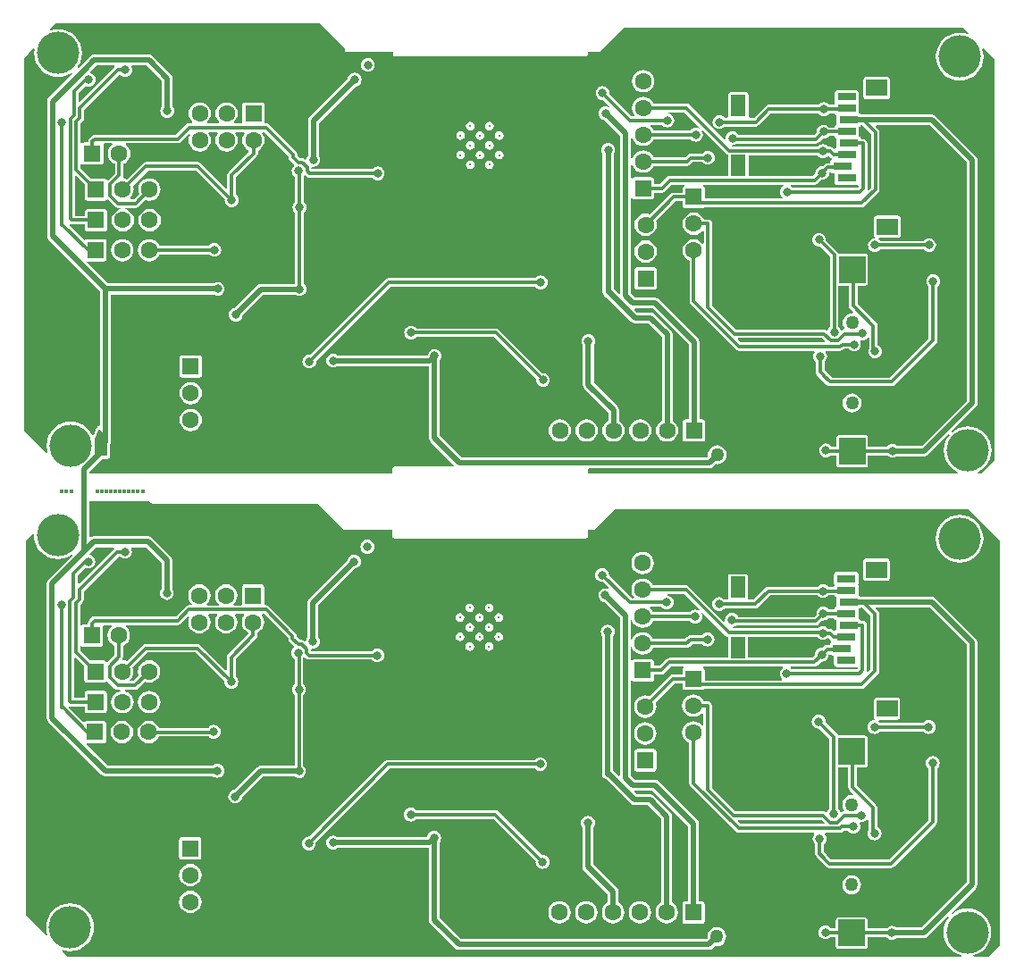
<source format=gbl>
G04 Layer_Physical_Order=2*
G04 Layer_Color=16711680*
%FSTAX24Y24*%
%MOIN*%
G70*
G01*
G75*
%ADD26C,0.0118*%
%ADD27C,0.0197*%
%ADD28R,0.0630X0.0630*%
%ADD29C,0.0630*%
%ADD30R,0.0630X0.0630*%
%ADD31C,0.0118*%
%ADD32C,0.1575*%
%ADD33C,0.0157*%
%ADD34C,0.0500*%
%ADD35C,0.0315*%
%ADD36R,0.0984X0.0984*%
%ADD37R,0.0709X0.0315*%
%ADD38R,0.0787X0.0630*%
%ADD39R,0.0551X0.0787*%
G36*
X016346Y048669D02*
Y047953D01*
X016118D01*
X015969Y047803D01*
X015878Y047894D01*
Y048587D01*
X01604Y048976D01*
X016346Y048669D01*
D02*
G37*
G36*
X013631Y06314D02*
X013616Y062988D01*
X013633Y062814D01*
X013684Y062647D01*
X013766Y062493D01*
X013877Y062358D01*
X014012Y062247D01*
X014167Y062164D01*
X014334Y062114D01*
X014508Y062096D01*
X014682Y062114D01*
X014849Y062164D01*
X015003Y062247D01*
X01503Y062269D01*
X015064Y062232D01*
X014151Y061319D01*
X014107Y061253D01*
X014091Y061176D01*
Y056163D01*
X014107Y056086D01*
X014151Y05602D01*
X016069Y054101D01*
Y049123D01*
X01604Y049079D01*
X01604Y049078D01*
X01602Y049074D01*
X016001Y04907D01*
X016001Y04907D01*
X016001Y04907D01*
X015984Y049059D01*
X015968Y049048D01*
X015968Y049048D01*
X015968Y049048D01*
X015957Y049032D01*
X015946Y049015D01*
X015825Y048725D01*
X01577Y048722D01*
X015706Y048842D01*
X015595Y048977D01*
X01546Y049088D01*
X015306Y04917D01*
X015139Y049221D01*
X014965Y049238D01*
X014791Y049221D01*
X014623Y04917D01*
X014469Y049088D01*
X014334Y048977D01*
X014223Y048842D01*
X014141Y048688D01*
X01409Y04852D01*
X014073Y048346D01*
X01409Y048172D01*
X014117Y048084D01*
X014073Y048057D01*
X013248Y048882D01*
Y062783D01*
X013583Y063161D01*
X013631Y06314D01*
D02*
G37*
G36*
X017935Y046227D02*
X017985Y046193D01*
X018043Y046182D01*
X024212D01*
X025185Y045209D01*
X026972D01*
Y044985D01*
X02698Y044946D01*
X027002Y044913D01*
X027035Y044891D01*
X027074Y044883D01*
X03416D01*
X034199Y044891D01*
X034233Y044913D01*
X034255Y044946D01*
X034262Y044985D01*
Y045209D01*
X034528D01*
X035272Y045953D01*
Y045961D01*
X035295Y045984D01*
X048461D01*
X049642Y044803D01*
Y029709D01*
X049205Y029272D01*
X048656D01*
X048649Y029322D01*
X048766Y029357D01*
X048921Y02944D01*
X049056Y029551D01*
X049167Y029686D01*
X049249Y02984D01*
X0493Y030007D01*
X049317Y030181D01*
X0493Y030355D01*
X049249Y030522D01*
X049167Y030677D01*
X049056Y030812D01*
X048921Y030923D01*
X048766Y031005D01*
X048599Y031056D01*
X048425Y031073D01*
X048251Y031056D01*
X048084Y031005D01*
X04793Y030923D01*
X047859Y030865D01*
X047826Y030902D01*
X048734Y03181D01*
X048777Y031875D01*
X048793Y031953D01*
Y041008D01*
X048777Y041085D01*
X048734Y041151D01*
X047234Y042651D01*
X047168Y042695D01*
X047091Y04271D01*
X044433D01*
X044415Y042737D01*
X044382Y04276D01*
X044362Y042763D01*
X044366Y042783D01*
Y043098D01*
X044358Y043137D01*
X044345Y043157D01*
X044358Y043178D01*
X044366Y043217D01*
Y043531D01*
X044358Y043571D01*
X044336Y043604D01*
X044303Y043626D01*
X044264Y043633D01*
X043555D01*
X043516Y043626D01*
X043483Y043604D01*
X043461Y043571D01*
X043453Y043531D01*
Y043217D01*
X043461Y043178D01*
X043474Y043157D01*
X043461Y043137D01*
X043453Y043098D01*
Y043079D01*
X043251D01*
X043235Y043101D01*
X043181Y043142D01*
X043118Y043168D01*
X043051Y043177D01*
X042984Y043168D01*
X042921Y043142D01*
X042868Y043101D01*
X042851Y043079D01*
X040992D01*
X04093Y043067D01*
X040877Y043032D01*
X040441Y042595D01*
X040273D01*
X04024Y042645D01*
X040244Y042661D01*
Y043449D01*
X040236Y043488D01*
X040214Y043521D01*
X040181Y043543D01*
X040142Y043551D01*
X039591D01*
X039552Y043543D01*
X039518Y043521D01*
X039496Y043488D01*
X039489Y043449D01*
Y042661D01*
X039492Y042645D01*
X039459Y042595D01*
X039358D01*
X039341Y042617D01*
X039287Y042658D01*
X039225Y042684D01*
X039157Y042693D01*
X03909Y042684D01*
X039028Y042658D01*
X038974Y042617D01*
X038933Y042563D01*
X038907Y0425D01*
X038898Y042433D01*
X038907Y042366D01*
X038933Y042303D01*
X038974Y042249D01*
X039028Y042208D01*
X03909Y042182D01*
X039157Y042173D01*
X039225Y042182D01*
X039287Y042208D01*
X039341Y042249D01*
X039358Y042271D01*
X040508D01*
X04057Y042283D01*
X040623Y042318D01*
X041059Y042755D01*
X042851D01*
X042868Y042734D01*
X042921Y042692D01*
X042984Y042666D01*
X043051Y042658D01*
X043118Y042666D01*
X043181Y042692D01*
X043235Y042734D01*
X043251Y042755D01*
X043459D01*
X043461Y042744D01*
X043483Y042711D01*
X043516Y042689D01*
X043536Y042685D01*
X043532Y042665D01*
Y04235D01*
X043536Y04233D01*
X043516Y042326D01*
X043483Y042304D01*
X043461Y042271D01*
X043454Y042237D01*
X043247D01*
X043231Y042258D01*
X043177Y0423D01*
X043114Y042326D01*
X043047Y042334D01*
X04298Y042326D01*
X042917Y0423D01*
X042864Y042258D01*
X042822Y042205D01*
X042796Y042142D01*
X042788Y042075D01*
X042791Y042048D01*
X042693Y04195D01*
X039876D01*
X039869Y041966D01*
X039827Y04202D01*
X039774Y042062D01*
X039711Y042087D01*
X039644Y042096D01*
X039576Y042087D01*
X039514Y042062D01*
X03946Y04202D01*
X039419Y041966D01*
X039393Y041904D01*
X039384Y041837D01*
X039389Y041801D01*
X039341Y041778D01*
X038045Y043074D01*
X037993Y043109D01*
X037931Y043121D01*
X036697D01*
X036677Y043168D01*
X036611Y043255D01*
X036524Y043321D01*
X036423Y043363D01*
X036315Y043378D01*
X036206Y043363D01*
X036105Y043321D01*
X036019Y043255D01*
X035952Y043168D01*
X03591Y043067D01*
X035896Y042959D01*
X03591Y042851D01*
X035952Y04275D01*
X035993Y042697D01*
X035968Y042647D01*
X035897D01*
X035057Y043487D01*
X035061Y043514D01*
X035052Y043581D01*
X035026Y043644D01*
X034985Y043698D01*
X034931Y043739D01*
X034868Y043765D01*
X034801Y043774D01*
X034734Y043765D01*
X034671Y043739D01*
X034617Y043698D01*
X034576Y043644D01*
X03455Y043581D01*
X034541Y043514D01*
X03455Y043447D01*
X034576Y043384D01*
X034617Y04333D01*
X034671Y043289D01*
X034734Y043263D01*
X034801Y043254D01*
X034828Y043258D01*
X035053Y043032D01*
X035025Y04299D01*
X034985Y043007D01*
X034917Y043016D01*
X03485Y043007D01*
X034787Y042981D01*
X034734Y04294D01*
X034692Y042886D01*
X034666Y042823D01*
X034658Y042756D01*
X034666Y042689D01*
X034692Y042626D01*
X034734Y042572D01*
X034787Y042531D01*
X03485Y042505D01*
X034887Y0425D01*
X035463Y041924D01*
Y03603D01*
X035417Y036011D01*
X03521Y036218D01*
Y041238D01*
X035233Y041268D01*
X035259Y04133D01*
X035268Y041398D01*
X035259Y041465D01*
X035233Y041527D01*
X035192Y041581D01*
X035138Y041623D01*
X035075Y041648D01*
X035008Y041657D01*
X034941Y041648D01*
X034878Y041623D01*
X034824Y041581D01*
X034783Y041527D01*
X034757Y041465D01*
X034748Y041398D01*
X034757Y04133D01*
X034783Y041268D01*
X034806Y041238D01*
Y036083D01*
X034821Y036005D01*
X034865Y03594D01*
X03493Y035896D01*
X034967Y035888D01*
X035869Y034987D01*
X035934Y034943D01*
X036012Y034928D01*
X036507D01*
X03701Y034424D01*
Y031291D01*
X036999Y031286D01*
X036912Y031219D01*
X036846Y031133D01*
X036804Y031032D01*
X03679Y030924D01*
X036804Y030815D01*
X036846Y030714D01*
X036912Y030628D01*
X036999Y030561D01*
X0371Y030519D01*
X037208Y030505D01*
X037317Y030519D01*
X037418Y030561D01*
X037504Y030628D01*
X037571Y030714D01*
X037613Y030815D01*
X037627Y030924D01*
X037613Y031032D01*
X037571Y031133D01*
X037504Y031219D01*
X037418Y031286D01*
X037415Y031287D01*
Y034508D01*
X0374Y034585D01*
X037356Y034651D01*
X036734Y035273D01*
X036668Y035317D01*
X036591Y035332D01*
X036096D01*
X035995Y035433D01*
X036014Y035479D01*
X03668D01*
X03801Y034148D01*
Y03134D01*
X037893D01*
X037854Y031333D01*
X037821Y031311D01*
X037799Y031278D01*
X037792Y031238D01*
Y030609D01*
X037799Y03057D01*
X037821Y030536D01*
X037854Y030514D01*
X037893Y030507D01*
X038523D01*
X038562Y030514D01*
X038595Y030536D01*
X038618Y03057D01*
X038625Y030609D01*
Y031238D01*
X038618Y031278D01*
X038595Y031311D01*
X038562Y031333D01*
X038523Y03134D01*
X038415D01*
Y034232D01*
X0384Y03431D01*
X038356Y034375D01*
X036907Y035824D01*
X036841Y035868D01*
X036764Y035883D01*
X036017D01*
X035868Y036033D01*
Y039572D01*
X035918Y039587D01*
X035928Y039572D01*
X035961Y03955D01*
X036Y039542D01*
X03663D01*
X036669Y03955D01*
X036702Y039572D01*
X036724Y039605D01*
X036732Y039644D01*
Y039797D01*
X037018D01*
X03708Y039809D01*
X037133Y039844D01*
X037386Y040098D01*
X037849D01*
X037854Y040048D01*
X037851Y040047D01*
X037818Y040025D01*
X037796Y039992D01*
X037788Y039953D01*
Y0398D01*
X037446D01*
X037384Y039788D01*
X037332Y039752D01*
X036565Y038985D01*
X036518Y039005D01*
X036409Y039019D01*
X036301Y039005D01*
X0362Y038963D01*
X036113Y038897D01*
X036047Y03881D01*
X036005Y038709D01*
X035991Y038601D01*
X036005Y038492D01*
X036047Y038391D01*
X036113Y038305D01*
X0362Y038238D01*
X036301Y038196D01*
X036409Y038182D01*
X036518Y038196D01*
X036619Y038238D01*
X036705Y038305D01*
X036772Y038391D01*
X036814Y038492D01*
X036828Y038601D01*
X036814Y038709D01*
X036794Y038756D01*
X037513Y039476D01*
X037788D01*
Y039323D01*
X037796Y039284D01*
X037818Y039251D01*
X037851Y039229D01*
X03789Y039221D01*
X03852D01*
X038559Y039229D01*
X038592Y039251D01*
X038595Y039256D01*
X044469D01*
X044531Y039268D01*
X044584Y039303D01*
X045091Y039811D01*
X045126Y039863D01*
X045139Y039925D01*
Y042055D01*
X045126Y042117D01*
X045091Y04217D01*
X045001Y042259D01*
X045021Y042306D01*
X047007D01*
X048388Y040924D01*
Y032037D01*
X046719Y030368D01*
X045777D01*
X045748Y03039D01*
X045685Y030416D01*
X045618Y030425D01*
X045551Y030416D01*
X045488Y03039D01*
X045434Y030349D01*
X045418Y030328D01*
X044704D01*
Y030644D01*
X044696Y030683D01*
X044674Y030716D01*
X044641Y030738D01*
X044602Y030746D01*
X043618D01*
X043579Y030738D01*
X043546Y030716D01*
X043524Y030683D01*
X043516Y030644D01*
Y030328D01*
X04335D01*
X043321Y030365D01*
X043268Y030406D01*
X043205Y030432D01*
X043138Y030441D01*
X043071Y030432D01*
X043008Y030406D01*
X042954Y030365D01*
X042913Y030311D01*
X042887Y030248D01*
X042878Y030181D01*
X042887Y030114D01*
X042913Y030051D01*
X042954Y029997D01*
X043008Y029956D01*
X043071Y02993D01*
X043138Y029921D01*
X043205Y02993D01*
X043268Y029956D01*
X043321Y029997D01*
X043326Y030003D01*
X043516D01*
Y02966D01*
X043524Y029621D01*
X043546Y029588D01*
X043579Y029566D01*
X043618Y029558D01*
X044602D01*
X044641Y029566D01*
X044674Y029588D01*
X044696Y029621D01*
X044704Y02966D01*
Y030003D01*
X045418D01*
X045434Y029982D01*
X045488Y02994D01*
X045551Y029915D01*
X045618Y029906D01*
X045685Y029915D01*
X045748Y02994D01*
X045777Y029963D01*
X046803D01*
X046881Y029978D01*
X046946Y030022D01*
X047705Y030781D01*
X047742Y030747D01*
X047684Y030677D01*
X047601Y030522D01*
X047551Y030355D01*
X047533Y030181D01*
X047551Y030007D01*
X047601Y02984D01*
X047684Y029686D01*
X047795Y029551D01*
X04793Y02944D01*
X048084Y029357D01*
X048201Y029322D01*
X048194Y029272D01*
X014862D01*
X01466Y029474D01*
X014686Y029519D01*
X014775Y029492D01*
X014949Y029474D01*
X015123Y029492D01*
X01529Y029542D01*
X015444Y029625D01*
X015579Y029736D01*
X01569Y029871D01*
X015773Y030025D01*
X015823Y030192D01*
X015841Y030366D01*
X015823Y03054D01*
X015773Y030707D01*
X01569Y030862D01*
X015579Y030997D01*
X015444Y031108D01*
X01529Y03119D01*
X015123Y031241D01*
X014949Y031258D01*
X014775Y031241D01*
X014608Y03119D01*
X014453Y031108D01*
X014318Y030997D01*
X014207Y030862D01*
X014125Y030707D01*
X014074Y03054D01*
X014057Y030366D01*
X014074Y030192D01*
X014101Y030103D01*
X014057Y030077D01*
X013307Y030827D01*
Y044791D01*
X013558Y045064D01*
X013604Y045043D01*
X0136Y045008D01*
X013618Y044834D01*
X013668Y044667D01*
X013751Y044512D01*
X013862Y044377D01*
X013997Y044266D01*
X014151Y044184D01*
X014318Y044133D01*
X014492Y044116D01*
X014666Y044133D01*
X014833Y044184D01*
X014988Y044266D01*
X015014Y044288D01*
X015048Y044251D01*
X014135Y043338D01*
X014091Y043273D01*
X014076Y043195D01*
Y038183D01*
X014091Y038105D01*
X014135Y03804D01*
X016113Y036062D01*
X016178Y036018D01*
X016256Y036002D01*
X020286D01*
X020315Y03598D01*
X020378Y035954D01*
X020445Y035945D01*
X020512Y035954D01*
X020575Y03598D01*
X020629Y036021D01*
X02067Y036075D01*
X020696Y036138D01*
X020705Y036205D01*
X020696Y036272D01*
X02067Y036335D01*
X020629Y036388D01*
X020575Y03643D01*
X020512Y036456D01*
X020445Y036464D01*
X020378Y036456D01*
X020315Y03643D01*
X020286Y036407D01*
X01634D01*
X015561Y037186D01*
X015565Y037207D01*
X015582Y037235D01*
X016201D01*
X01624Y037243D01*
X016273Y037265D01*
X016295Y037298D01*
X016303Y037337D01*
Y037967D01*
X016295Y038006D01*
X016273Y038039D01*
X01624Y038061D01*
X016201Y038069D01*
X015571D01*
X015532Y038061D01*
X015499Y038039D01*
X015451Y038034D01*
X014912Y038573D01*
X014937Y038619D01*
X014984Y038609D01*
X015488D01*
Y038459D01*
X015496Y03842D01*
X015518Y038387D01*
X015551Y038365D01*
X01559Y038357D01*
X01622D01*
X016259Y038365D01*
X016292Y038387D01*
X016314Y03842D01*
X016322Y038459D01*
Y039089D01*
X016314Y039128D01*
X016292Y039161D01*
X016259Y039183D01*
X01622Y039191D01*
X01559D01*
X015551Y039183D01*
X015518Y039161D01*
X015496Y039128D01*
X015488Y039089D01*
Y038934D01*
X015113D01*
Y040408D01*
X015159Y040427D01*
X015481Y040105D01*
Y039601D01*
X015488Y039562D01*
X01551Y039529D01*
X015543Y039506D01*
X015582Y039499D01*
X016212D01*
X016251Y039506D01*
X016284Y039529D01*
X016286Y039532D01*
X016349Y039539D01*
X01661Y039279D01*
X016662Y039244D01*
X016724Y039232D01*
X016819D01*
X016822Y039182D01*
X016797Y039178D01*
X016696Y039136D01*
X016609Y03907D01*
X016543Y038983D01*
X016501Y038882D01*
X016487Y038774D01*
X016501Y038666D01*
X016543Y038565D01*
X016609Y038478D01*
X016696Y038411D01*
X016797Y03837D01*
X016905Y038355D01*
X017014Y03837D01*
X017115Y038411D01*
X017201Y038478D01*
X017268Y038565D01*
X01731Y038666D01*
X017324Y038774D01*
X01731Y038882D01*
X017268Y038983D01*
X017201Y03907D01*
X017115Y039136D01*
X017014Y039178D01*
X016988Y039182D01*
X016992Y039232D01*
X017382D01*
X017444Y039244D01*
X017497Y039279D01*
X017747Y039529D01*
X017789Y039511D01*
X017897Y039497D01*
X018006Y039511D01*
X018107Y039553D01*
X018193Y03962D01*
X01826Y039706D01*
X018302Y039807D01*
X018316Y039916D01*
X018302Y040024D01*
X01826Y040125D01*
X018193Y040212D01*
X018107Y040278D01*
X018006Y04032D01*
X017897Y040334D01*
X017789Y04032D01*
X017688Y040278D01*
X017601Y040212D01*
X017535Y040125D01*
X017493Y040024D01*
X017479Y039916D01*
X017493Y039807D01*
X017515Y039756D01*
X017315Y039556D01*
X017188D01*
X017172Y039603D01*
X017193Y03962D01*
X01726Y039706D01*
X017302Y039807D01*
X017316Y039916D01*
X017302Y040024D01*
X017284Y040067D01*
X017839Y040621D01*
X019634D01*
X020706Y039548D01*
X020703Y039522D01*
X020712Y039454D01*
X020738Y039392D01*
X020779Y039338D01*
X020833Y039297D01*
X020895Y039271D01*
X020963Y039262D01*
X02103Y039271D01*
X021092Y039297D01*
X021146Y039338D01*
X021188Y039392D01*
X021213Y039454D01*
X021222Y039522D01*
X021213Y039589D01*
X021188Y039652D01*
X021146Y039705D01*
X021125Y039722D01*
Y040384D01*
X021894Y041153D01*
X021929Y041206D01*
X021942Y041268D01*
Y04137D01*
X021985Y041388D01*
X022071Y041454D01*
X022138Y041541D01*
X02218Y041642D01*
X022194Y04175D01*
X02218Y041859D01*
X022138Y04196D01*
X022097Y042012D01*
X022122Y042062D01*
X022189D01*
X02309Y041161D01*
Y04113D01*
X023102Y041068D01*
X023137Y041015D01*
X023297Y040856D01*
X023294Y040806D01*
X023273Y04079D01*
X023232Y040736D01*
X023206Y040673D01*
X023197Y040606D01*
X023206Y040539D01*
X023232Y040476D01*
X023273Y040423D01*
X023327Y040381D01*
X02333Y04038D01*
Y039444D01*
X023308Y039428D01*
X023267Y039374D01*
X023241Y039311D01*
X023232Y039244D01*
X023241Y039177D01*
X023267Y039114D01*
X023308Y03906D01*
X02333Y039044D01*
Y036403D01*
X022067D01*
X02199Y036388D01*
X021924Y036344D01*
X021084Y035504D01*
X021047Y035499D01*
X020984Y035473D01*
X020931Y035432D01*
X020889Y035378D01*
X020863Y035315D01*
X020854Y035248D01*
X020863Y035181D01*
X020889Y035118D01*
X020931Y035064D01*
X020984Y035023D01*
X021047Y034997D01*
X021114Y034988D01*
X021181Y034997D01*
X021244Y035023D01*
X021298Y035064D01*
X021339Y035118D01*
X021365Y035181D01*
X02137Y035218D01*
X022151Y035998D01*
X023333D01*
X023362Y035976D01*
X023425Y03595D01*
X023492Y035941D01*
X023559Y03595D01*
X023622Y035976D01*
X023676Y036017D01*
X023717Y036071D01*
X023743Y036134D01*
X023752Y036201D01*
X023743Y036268D01*
X023717Y036331D01*
X023676Y036384D01*
X023654Y036401D01*
Y039044D01*
X023676Y03906D01*
X023717Y039114D01*
X023743Y039177D01*
X023752Y039244D01*
X023743Y039311D01*
X023717Y039374D01*
X023676Y039428D01*
X023654Y039444D01*
Y040428D01*
X023685Y040445D01*
X023706Y040447D01*
X023753Y040399D01*
X023806Y040364D01*
X023868Y040352D01*
X026211D01*
X026228Y04033D01*
X026281Y040289D01*
X026344Y040263D01*
X026411Y040254D01*
X026478Y040263D01*
X026541Y040289D01*
X026595Y04033D01*
X026636Y040384D01*
X026662Y040447D01*
X026671Y040514D01*
X026662Y040581D01*
X026636Y040644D01*
X026595Y040698D01*
X026541Y040739D01*
X026478Y040765D01*
X026411Y040774D01*
X026344Y040765D01*
X026281Y040739D01*
X026228Y040698D01*
X026211Y040676D01*
X023942D01*
X023937Y040726D01*
X02396Y040754D01*
X02398Y040768D01*
X024012Y040764D01*
X024079Y040773D01*
X024142Y040799D01*
X024195Y04084D01*
X024237Y040894D01*
X024263Y040956D01*
X024272Y041024D01*
X024263Y041091D01*
X024237Y041153D01*
X024214Y041183D01*
Y042393D01*
X02558Y043758D01*
X025617Y043763D01*
X025679Y043789D01*
X025733Y04383D01*
X025774Y043884D01*
X0258Y043947D01*
X025809Y044014D01*
X0258Y044081D01*
X025774Y044144D01*
X025733Y044198D01*
X025679Y044239D01*
X025617Y044265D01*
X025549Y044274D01*
X025482Y044265D01*
X02542Y044239D01*
X025366Y044198D01*
X025324Y044144D01*
X025299Y044081D01*
X025294Y044044D01*
X023869Y042619D01*
X023825Y042554D01*
X023809Y042476D01*
Y041183D01*
X023787Y041153D01*
X023761Y041091D01*
X023756Y041054D01*
X023703Y041036D01*
X023702Y041037D01*
X02365Y041073D01*
X023588Y041085D01*
X023526D01*
X023414Y041197D01*
Y041228D01*
X023402Y04129D01*
X023367Y041343D01*
X022371Y042339D01*
X022318Y042374D01*
X022256Y042386D01*
X022234D01*
X022192Y042435D01*
Y043065D01*
X022185Y043104D01*
X022162Y043137D01*
X022129Y043159D01*
X02209Y043167D01*
X02146D01*
X021421Y043159D01*
X021388Y043137D01*
X021366Y043104D01*
X021358Y043065D01*
Y042435D01*
X021359Y042434D01*
X021319Y042384D01*
X021062D01*
X021045Y042434D01*
X021071Y042454D01*
X021138Y042541D01*
X02118Y042642D01*
X021194Y04275D01*
X02118Y042859D01*
X021138Y04296D01*
X021071Y043046D01*
X020985Y043113D01*
X020884Y043155D01*
X020775Y043169D01*
X020667Y043155D01*
X020566Y043113D01*
X020479Y043046D01*
X020413Y04296D01*
X020371Y042859D01*
X020357Y04275D01*
X020371Y042642D01*
X020413Y042541D01*
X020479Y042454D01*
X020506Y042434D01*
X020489Y042384D01*
X020062D01*
X020045Y042434D01*
X020071Y042454D01*
X020138Y042541D01*
X02018Y042642D01*
X020194Y04275D01*
X02018Y042859D01*
X020138Y04296D01*
X020071Y043046D01*
X019985Y043113D01*
X019884Y043155D01*
X019775Y043169D01*
X019667Y043155D01*
X019566Y043113D01*
X019479Y043046D01*
X019413Y04296D01*
X019371Y042859D01*
X019357Y04275D01*
X019371Y042642D01*
X019413Y042541D01*
X019479Y042454D01*
X019503Y042436D01*
X019486Y042386D01*
X019386D01*
X019324Y042374D01*
X019271Y042339D01*
X018897Y041965D01*
X015862D01*
X0158Y041953D01*
X015748Y041918D01*
X015657Y041827D01*
X015622Y041775D01*
X015609Y041713D01*
Y041675D01*
X015453D01*
X015414Y041667D01*
X01538Y041645D01*
X015331Y041661D01*
Y042391D01*
X015412Y042473D01*
X015447Y042525D01*
X01546Y042587D01*
Y0429D01*
X016758Y044198D01*
X016816Y044198D01*
X01687Y044157D01*
X016933Y044131D01*
X017Y044122D01*
X017067Y044131D01*
X01713Y044157D01*
X017184Y044198D01*
X017225Y044252D01*
X017251Y044315D01*
X01726Y044382D01*
X017251Y044449D01*
X01723Y0445D01*
X017252Y04455D01*
X01779D01*
X018357Y043983D01*
Y043002D01*
X018334Y042972D01*
X018308Y04291D01*
X018299Y042843D01*
X018308Y042775D01*
X018334Y042713D01*
X018375Y042659D01*
X018429Y042618D01*
X018492Y042592D01*
X018559Y042583D01*
X018626Y042592D01*
X018689Y042618D01*
X018743Y042659D01*
X018784Y042713D01*
X01881Y042775D01*
X018819Y042843D01*
X01881Y04291D01*
X018784Y042972D01*
X018761Y043002D01*
Y044067D01*
X018746Y044144D01*
X018702Y04421D01*
X018017Y044895D01*
X017951Y044939D01*
X017874Y044954D01*
X015835D01*
X015757Y044939D01*
X01573Y044921D01*
X01568Y044948D01*
Y046252D01*
X01791D01*
X017935Y046227D01*
D02*
G37*
G36*
X016603Y0445D02*
X016598Y044497D01*
X015288Y043187D01*
X015242Y043206D01*
Y043516D01*
X015509Y043783D01*
X015563Y043761D01*
X01563Y043752D01*
X015697Y043761D01*
X01576Y043787D01*
X015814Y043828D01*
X015855Y043882D01*
X015881Y043945D01*
X01589Y044012D01*
X015881Y044079D01*
X015855Y044142D01*
X015814Y044195D01*
X01576Y044237D01*
X015697Y044263D01*
X015695Y044263D01*
X015679Y04431D01*
X015918Y04455D01*
X016587D01*
X016603Y0445D01*
D02*
G37*
G36*
X03954Y058076D02*
X04155D01*
X041561Y058054D01*
X041564Y058026D01*
X041517Y057991D01*
X041476Y057937D01*
X04145Y057874D01*
X041441Y057807D01*
X04145Y05774D01*
X041476Y057677D01*
X041517Y057623D01*
X041534Y05761D01*
X041517Y05756D01*
X038637D01*
Y057933D01*
X03863Y057972D01*
X038608Y058005D01*
X038574Y058027D01*
X038571Y058028D01*
X038576Y058078D01*
X039532D01*
X03954Y058076D01*
D02*
G37*
G36*
X042868Y059143D02*
X042921Y059102D01*
X042984Y059076D01*
X043051Y059067D01*
X043118Y059076D01*
X043181Y059102D01*
X043235Y059143D01*
X04326Y059145D01*
X04333Y059074D01*
X043361Y059054D01*
X043363Y059047D01*
X043358Y058997D01*
X043341Y058985D01*
X043319Y058952D01*
X043311Y058913D01*
Y058883D01*
X043213D01*
X043151Y05887D01*
X043098Y058835D01*
X043035Y058772D01*
X043008Y058776D01*
X042941Y058767D01*
X042878Y058741D01*
X042825Y0587D01*
X042783Y058646D01*
X042757Y058583D01*
X042748Y058516D01*
X042752Y058489D01*
X042664Y058401D01*
X040259D01*
Y059182D01*
X042838D01*
X042868Y059143D01*
D02*
G37*
G36*
X016535Y059571D02*
X016487Y059534D01*
X016421Y059448D01*
X016379Y059347D01*
X016365Y059239D01*
X016379Y05913D01*
X016421Y059029D01*
X016487Y058943D01*
X016574Y058876D01*
X016625Y058855D01*
Y058501D01*
X016373Y058249D01*
X016358Y05825D01*
X016315Y058261D01*
X0163Y058283D01*
X016267Y058305D01*
X016228Y058313D01*
X015727D01*
X015346Y058694D01*
Y058836D01*
X015396Y058851D01*
X015429Y058829D01*
X015468Y058822D01*
X016098D01*
X016137Y058829D01*
X01617Y058851D01*
X016192Y058885D01*
X0162Y058924D01*
Y059553D01*
X016197Y059571D01*
X016229Y059621D01*
X016518D01*
X016535Y059571D01*
D02*
G37*
G36*
X04483Y059968D02*
Y057973D01*
X044733Y057876D01*
X044687Y057901D01*
X044694Y057933D01*
Y059622D01*
X044681Y059684D01*
X044646Y059737D01*
X044594Y059772D01*
X044531Y059784D01*
X044459D01*
X044452Y059819D01*
X04443Y059852D01*
X044397Y059874D01*
X044378Y059878D01*
X044381Y059898D01*
Y060213D01*
X044378Y060233D01*
X044397Y060237D01*
X04443Y060259D01*
X044449Y060286D01*
X044512D01*
X04483Y059968D01*
D02*
G37*
G36*
X043341Y058526D02*
X043374Y058504D01*
X043413Y058496D01*
X043456D01*
X043469Y05848D01*
Y058165D01*
X043477Y058126D01*
X043499Y058093D01*
X043532Y058071D01*
X043571Y058063D01*
X04428D01*
X044319Y058071D01*
X044319Y058072D01*
X044364Y058048D01*
X044367Y058007D01*
X044331Y057969D01*
X041901D01*
X041884Y057991D01*
X041838Y058026D01*
X041841Y058054D01*
X041852Y058076D01*
X042731D01*
X042793Y058089D01*
X042845Y058124D01*
X042981Y05826D01*
X043008Y058256D01*
X043075Y058265D01*
X043138Y058291D01*
X043192Y058332D01*
X043233Y058386D01*
X043259Y058449D01*
X043268Y058516D01*
X043282Y058531D01*
X043341Y058526D01*
D02*
G37*
G36*
X043326Y040546D02*
X043359Y040524D01*
X043398Y040516D01*
X04344D01*
X043453Y0405D01*
Y040185D01*
X043461Y040146D01*
X043483Y040113D01*
X043516Y040091D01*
X043555Y040083D01*
X044264D01*
X044303Y040091D01*
X044304Y040091D01*
X044348Y040068D01*
X044351Y040027D01*
X044315Y039989D01*
X041885D01*
X041869Y04001D01*
X041822Y040046D01*
X041825Y040073D01*
X041836Y040096D01*
X042715D01*
X042777Y040108D01*
X04283Y040144D01*
X042966Y04028D01*
X042992Y040276D01*
X04306Y040285D01*
X043122Y040311D01*
X043176Y040352D01*
X043217Y040406D01*
X043243Y040469D01*
X043252Y040536D01*
X043267Y040551D01*
X043326Y040546D01*
D02*
G37*
G36*
X042852Y041163D02*
X042906Y041122D01*
X042968Y041096D01*
X043035Y041087D01*
X043103Y041096D01*
X043165Y041122D01*
X043219Y041163D01*
X043244Y041164D01*
X043314Y041094D01*
X043345Y041074D01*
X043347Y041067D01*
X043343Y041017D01*
X043326Y041005D01*
X043303Y040972D01*
X043296Y040933D01*
Y040902D01*
X043197D01*
X043135Y04089D01*
X043082Y040855D01*
X043019Y040792D01*
X042992Y040795D01*
X042925Y040787D01*
X042863Y040761D01*
X042809Y040719D01*
X042768Y040666D01*
X042742Y040603D01*
X042733Y040536D01*
X042736Y040509D01*
X042648Y04042D01*
X040244D01*
Y041202D01*
X042822D01*
X042852Y041163D01*
D02*
G37*
G36*
X039525Y040096D02*
X041534D01*
X041545Y040073D01*
X041548Y040046D01*
X041501Y04001D01*
X04146Y039957D01*
X041434Y039894D01*
X041425Y039827D01*
X041434Y03976D01*
X04146Y039697D01*
X041501Y039643D01*
X041519Y03963D01*
X041502Y03958D01*
X038622D01*
Y039953D01*
X038614Y039992D01*
X038592Y040025D01*
X038559Y040047D01*
X038555Y040048D01*
X03856Y040098D01*
X039517D01*
X039525Y040096D01*
D02*
G37*
G36*
X044814Y041988D02*
Y039992D01*
X044718Y039896D01*
X044671Y03992D01*
X044678Y039953D01*
Y041642D01*
X044666Y041704D01*
X04463Y041756D01*
X044578Y041792D01*
X044516Y041804D01*
X044444D01*
X044437Y041838D01*
X044415Y041871D01*
X044382Y041893D01*
X044362Y041897D01*
X044366Y041917D01*
Y042232D01*
X044362Y042252D01*
X044382Y042256D01*
X044415Y042278D01*
X044433Y042306D01*
X044497D01*
X044814Y041988D01*
D02*
G37*
G36*
X01652Y041591D02*
X016472Y041554D01*
X016405Y041467D01*
X016363Y041367D01*
X016349Y041258D01*
X016363Y04115D01*
X016405Y041049D01*
X016472Y040962D01*
X016558Y040896D01*
X016609Y040874D01*
Y040521D01*
X016358Y040269D01*
X016342Y040269D01*
X016299Y040281D01*
X016284Y040303D01*
X016251Y040325D01*
X016212Y040333D01*
X015712D01*
X015331Y040714D01*
Y040856D01*
X01538Y040871D01*
X015414Y040849D01*
X015453Y040841D01*
X016082D01*
X016121Y040849D01*
X016155Y040871D01*
X016177Y040904D01*
X016184Y040943D01*
Y041573D01*
X016181Y041591D01*
X016213Y041641D01*
X016503D01*
X01652Y041591D01*
D02*
G37*
G36*
X043461Y041878D02*
X043483Y041845D01*
X043516Y041823D01*
X043536Y041819D01*
X043532Y041799D01*
Y041484D01*
X043536Y041464D01*
X043516Y04146D01*
X043483Y041438D01*
X043434Y041433D01*
X043406Y041461D01*
X043353Y041496D01*
X043291Y041509D01*
X043236D01*
X043219Y04153D01*
X043165Y041571D01*
X043103Y041597D01*
X043035Y041606D01*
X042968Y041597D01*
X042906Y041571D01*
X042852Y04153D01*
X042849Y041526D01*
X039637D01*
X039636Y041528D01*
X039638Y04154D01*
X039662Y041579D01*
X039711Y041586D01*
X039774Y041612D01*
X039791Y041625D01*
X04276D01*
X042822Y041638D01*
X042875Y041673D01*
X04302Y041819D01*
X043047Y041815D01*
X043114Y041824D01*
X043177Y04185D01*
X043231Y041891D01*
X043247Y041913D01*
X043454D01*
X043461Y041878D01*
D02*
G37*
G36*
X038434Y042227D02*
X038409Y042186D01*
X038347Y042211D01*
X03828Y04222D01*
X038212Y042211D01*
X03815Y042186D01*
X038096Y042144D01*
X038079Y042123D01*
X036696D01*
X036677Y042168D01*
X036611Y042255D01*
X036578Y04228D01*
X036595Y04233D01*
X037012D01*
X037029Y042308D01*
X037083Y042267D01*
X037145Y042241D01*
X037213Y042232D01*
X03728Y042241D01*
X037342Y042267D01*
X037396Y042308D01*
X037438Y042362D01*
X037463Y042425D01*
X037472Y042492D01*
X037463Y042559D01*
X037438Y042622D01*
X037396Y042676D01*
X037342Y042717D01*
X03728Y042743D01*
X037251Y042747D01*
X037254Y042797D01*
X037864D01*
X038434Y042227D01*
D02*
G37*
G36*
X021452Y04201D02*
X021413Y04196D01*
X021371Y041859D01*
X021357Y04175D01*
X021371Y041642D01*
X021413Y041541D01*
X021479Y041454D01*
X021566Y041388D01*
X021595Y041376D01*
X021603Y04132D01*
X020848Y040565D01*
X020813Y040513D01*
X0208Y040451D01*
Y039978D01*
X020754Y039959D01*
X019815Y040898D01*
X019763Y040933D01*
X019701Y040946D01*
X017772D01*
X01771Y040933D01*
X017657Y040898D01*
X017057Y040299D01*
X017006Y04032D01*
X016939Y040329D01*
X016915Y040382D01*
X016921Y040392D01*
X016934Y040454D01*
Y040878D01*
X016977Y040896D01*
X017063Y040962D01*
X01713Y041049D01*
X017172Y04115D01*
X017186Y041258D01*
X017172Y041367D01*
X01713Y041467D01*
X017063Y041554D01*
X017015Y041591D01*
X017032Y041641D01*
X018965D01*
X019027Y041653D01*
X019079Y041688D01*
X019365Y041974D01*
X019407Y041946D01*
X019371Y041859D01*
X019357Y04175D01*
X019371Y041642D01*
X019413Y041541D01*
X019479Y041454D01*
X019566Y041388D01*
X019667Y041346D01*
X019775Y041332D01*
X019884Y041346D01*
X019985Y041388D01*
X020071Y041454D01*
X020138Y041541D01*
X02018Y041642D01*
X020194Y04175D01*
X02018Y041859D01*
X020138Y04196D01*
X020099Y04201D01*
X020124Y04206D01*
X020427D01*
X020452Y04201D01*
X020413Y04196D01*
X020371Y041859D01*
X020357Y04175D01*
X020371Y041642D01*
X020413Y041541D01*
X020479Y041454D01*
X020566Y041388D01*
X020667Y041346D01*
X020775Y041332D01*
X020884Y041346D01*
X020985Y041388D01*
X021071Y041454D01*
X021138Y041541D01*
X02118Y041642D01*
X021194Y04175D01*
X02118Y041859D01*
X021138Y04196D01*
X021099Y04201D01*
X021124Y04206D01*
X021427D01*
X021452Y04201D01*
D02*
G37*
G36*
X039411Y041249D02*
X039464Y041214D01*
X039489Y041209D01*
X039489Y041205D01*
Y040422D01*
X037319D01*
X037257Y04041D01*
X037204Y040375D01*
X036951Y040121D01*
X036732D01*
Y040274D01*
X036724Y040313D01*
X036702Y040346D01*
X036669Y040368D01*
X03663Y040376D01*
X036D01*
X035961Y040368D01*
X035928Y040346D01*
X035918Y040331D01*
X035868Y040346D01*
Y040823D01*
X035918Y040833D01*
X035952Y04075D01*
X036019Y040663D01*
X036105Y040596D01*
X036206Y040555D01*
X036315Y04054D01*
X036423Y040555D01*
X036524Y040596D01*
X036611Y040663D01*
X036677Y04075D01*
X036697Y040797D01*
X037947D01*
X038009Y040809D01*
X038062Y040844D01*
X038158Y04094D01*
X038532D01*
X038549Y040919D01*
X038602Y040877D01*
X038665Y040852D01*
X038732Y040843D01*
X0388Y040852D01*
X038862Y040877D01*
X038916Y040919D01*
X038957Y040973D01*
X038983Y041035D01*
X038992Y041102D01*
X038983Y04117D01*
X038957Y041232D01*
X038916Y041286D01*
X038862Y041327D01*
X0388Y041353D01*
X038732Y041362D01*
X038665Y041353D01*
X038602Y041327D01*
X038549Y041286D01*
X038532Y041265D01*
X038091D01*
X038028Y041252D01*
X037976Y041217D01*
X03788Y041121D01*
X036697D01*
X036677Y041168D01*
X036611Y041255D01*
X036524Y041321D01*
X036423Y041363D01*
X036315Y041378D01*
X036206Y041363D01*
X036105Y041321D01*
X036019Y041255D01*
X035952Y041168D01*
X035918Y041085D01*
X035868Y041095D01*
Y041823D01*
X035918Y041833D01*
X035952Y04175D01*
X036019Y041663D01*
X036105Y041596D01*
X036206Y041555D01*
X036315Y04154D01*
X036423Y041555D01*
X036524Y041596D01*
X036611Y041663D01*
X036677Y04175D01*
X036697Y041798D01*
X038079D01*
X038096Y041777D01*
X03815Y041736D01*
X038212Y04171D01*
X03828Y041701D01*
X038347Y04171D01*
X038409Y041736D01*
X038463Y041777D01*
X038504Y041831D01*
X03853Y041893D01*
X038539Y041961D01*
X03853Y042028D01*
X038504Y04209D01*
X038546Y042115D01*
X039411Y041249D01*
D02*
G37*
G36*
X021467Y05999D02*
X021429Y05994D01*
X021387Y059839D01*
X021373Y059731D01*
X021387Y059622D01*
X021429Y059521D01*
X021495Y059435D01*
X021582Y059368D01*
X021611Y059356D01*
X021619Y059301D01*
X020864Y058546D01*
X020829Y058493D01*
X020816Y058431D01*
Y057959D01*
X02077Y05794D01*
X019831Y058878D01*
X019779Y058914D01*
X019717Y058926D01*
X017787D01*
X017725Y058914D01*
X017673Y058878D01*
X017073Y058279D01*
X017021Y0583D01*
X016955Y058309D01*
X016931Y058363D01*
X016937Y058372D01*
X01695Y058434D01*
Y058858D01*
X016993Y058876D01*
X017079Y058943D01*
X017146Y059029D01*
X017188Y05913D01*
X017202Y059239D01*
X017188Y059347D01*
X017146Y059448D01*
X017079Y059534D01*
X017031Y059571D01*
X017048Y059621D01*
X01898D01*
X019042Y059634D01*
X019095Y059669D01*
X019381Y059954D01*
X019423Y059926D01*
X019387Y059839D01*
X019373Y059731D01*
X019387Y059622D01*
X019429Y059521D01*
X019495Y059435D01*
X019582Y059368D01*
X019683Y059326D01*
X019791Y059312D01*
X019899Y059326D01*
X02Y059368D01*
X020087Y059435D01*
X020154Y059521D01*
X020195Y059622D01*
X02021Y059731D01*
X020195Y059839D01*
X020154Y05994D01*
X020115Y05999D01*
X02014Y06004D01*
X020443D01*
X020467Y05999D01*
X020429Y05994D01*
X020387Y059839D01*
X020373Y059731D01*
X020387Y059622D01*
X020429Y059521D01*
X020495Y059435D01*
X020582Y059368D01*
X020683Y059326D01*
X020791Y059312D01*
X020899Y059326D01*
X021Y059368D01*
X021087Y059435D01*
X021154Y059521D01*
X021195Y059622D01*
X02121Y059731D01*
X021195Y059839D01*
X021154Y05994D01*
X021115Y05999D01*
X02114Y06004D01*
X021443D01*
X021467Y05999D01*
D02*
G37*
G36*
X039427Y059229D02*
X03948Y059194D01*
X039505Y059189D01*
X039504Y059185D01*
Y058402D01*
X037335D01*
X037273Y05839D01*
X03722Y058355D01*
X036967Y058101D01*
X036747D01*
Y058254D01*
X03674Y058293D01*
X036718Y058326D01*
X036684Y058348D01*
X036645Y058356D01*
X036016D01*
X035977Y058348D01*
X035943Y058326D01*
X035933Y058311D01*
X035883Y058327D01*
Y058804D01*
X035933Y058814D01*
X035968Y05873D01*
X036035Y058643D01*
X036121Y058577D01*
X036222Y058535D01*
X03633Y058521D01*
X036439Y058535D01*
X03654Y058577D01*
X036626Y058643D01*
X036693Y05873D01*
X036712Y058777D01*
X037963D01*
X038025Y058789D01*
X038078Y058825D01*
X038173Y058921D01*
X038548D01*
X038564Y058899D01*
X038618Y058858D01*
X038681Y058832D01*
X038748Y058823D01*
X038815Y058832D01*
X038878Y058858D01*
X038932Y058899D01*
X038973Y058953D01*
X038999Y059015D01*
X039008Y059083D01*
X038999Y05915D01*
X038973Y059213D01*
X038932Y059266D01*
X038878Y059308D01*
X038815Y059334D01*
X038748Y059342D01*
X038681Y059334D01*
X038618Y059308D01*
X038564Y059266D01*
X038548Y059245D01*
X038106D01*
X038044Y059233D01*
X037992Y059197D01*
X037896Y059101D01*
X036712D01*
X036693Y059149D01*
X036626Y059235D01*
X03654Y059302D01*
X036439Y059344D01*
X03633Y059358D01*
X036222Y059344D01*
X036121Y059302D01*
X036035Y059235D01*
X035968Y059149D01*
X035933Y059065D01*
X035883Y059075D01*
Y059804D01*
X035933Y059814D01*
X035968Y05973D01*
X036035Y059643D01*
X036121Y059577D01*
X036222Y059535D01*
X03633Y059521D01*
X036439Y059535D01*
X03654Y059577D01*
X036626Y059643D01*
X036693Y05973D01*
X036713Y059779D01*
X038095D01*
X038112Y059757D01*
X038165Y059716D01*
X038228Y05969D01*
X038295Y059681D01*
X038362Y05969D01*
X038425Y059716D01*
X038479Y059757D01*
X03852Y059811D01*
X038546Y059874D01*
X038555Y059941D01*
X038546Y060008D01*
X03852Y060071D01*
X038562Y060095D01*
X039427Y059229D01*
D02*
G37*
G36*
X038449Y060207D02*
X038425Y060166D01*
X038362Y060192D01*
X038295Y060201D01*
X038228Y060192D01*
X038165Y060166D01*
X038112Y060125D01*
X038095Y060103D01*
X036712D01*
X036693Y060149D01*
X036626Y060235D01*
X036594Y06026D01*
X036611Y06031D01*
X037028D01*
X037045Y060289D01*
X037098Y060248D01*
X037161Y060222D01*
X037228Y060213D01*
X037296Y060222D01*
X037358Y060248D01*
X037412Y060289D01*
X037453Y060343D01*
X037479Y060405D01*
X037488Y060472D01*
X037479Y06054D01*
X037453Y060602D01*
X037412Y060656D01*
X037358Y060697D01*
X037296Y060723D01*
X037267Y060727D01*
X03727Y060777D01*
X037879D01*
X038449Y060207D01*
D02*
G37*
G36*
X016618Y06248D02*
X016614Y062477D01*
X015304Y061167D01*
X015257Y061186D01*
Y061497D01*
X015524Y061764D01*
X015578Y061741D01*
X015646Y061732D01*
X015713Y061741D01*
X015776Y061767D01*
X015829Y061808D01*
X015871Y061862D01*
X015897Y061925D01*
X015905Y061992D01*
X015897Y062059D01*
X015871Y062122D01*
X015829Y062176D01*
X015776Y062217D01*
X015713Y062243D01*
X015711Y062243D01*
X015695Y062291D01*
X015934Y06253D01*
X016603D01*
X016618Y06248D01*
D02*
G37*
G36*
X025217Y063169D02*
Y063024D01*
X026988D01*
Y062965D01*
X026995Y062926D01*
X027017Y062893D01*
X027051Y062871D01*
X02709Y062863D01*
X034176D01*
X034215Y062871D01*
X034248Y062893D01*
X03427Y062926D01*
X034278Y062965D01*
Y063024D01*
X034705D01*
X03563Y063949D01*
Y063949D01*
X048252D01*
X048463Y063738D01*
X048437Y063693D01*
X04832Y063729D01*
X048146Y063746D01*
X047972Y063729D01*
X047804Y063678D01*
X04765Y063596D01*
X047515Y063485D01*
X047404Y06335D01*
X047322Y063196D01*
X047271Y063028D01*
X047254Y062854D01*
X047271Y06268D01*
X047322Y062513D01*
X047404Y062359D01*
X047515Y062224D01*
X04765Y062113D01*
X047804Y062031D01*
X047972Y06198D01*
X048146Y061963D01*
X04832Y06198D01*
X048487Y062031D01*
X048641Y062113D01*
X048776Y062224D01*
X048887Y062359D01*
X048969Y062513D01*
X04902Y06268D01*
X049037Y062854D01*
X04902Y063028D01*
X048985Y063145D01*
X049029Y063172D01*
X049445Y062756D01*
Y047803D01*
X048969Y047327D01*
Y047295D01*
X048809D01*
X048797Y047345D01*
X048936Y04742D01*
X049071Y047531D01*
X049182Y047666D01*
X049265Y04782D01*
X049316Y047987D01*
X049333Y048161D01*
X049316Y048335D01*
X049265Y048503D01*
X049182Y048657D01*
X049071Y048792D01*
X048936Y048903D01*
X048782Y048985D01*
X048615Y049036D01*
X048441Y049053D01*
X048267Y049036D01*
X0481Y048985D01*
X047946Y048903D01*
X047875Y048845D01*
X047841Y048882D01*
X048749Y04979D01*
X048793Y049856D01*
X048809Y049933D01*
Y058988D01*
X048793Y059066D01*
X048749Y059131D01*
X047249Y060631D01*
X047184Y060675D01*
X047106Y06069D01*
X044449D01*
X04443Y060718D01*
X044397Y06074D01*
X044378Y060744D01*
X044381Y060764D01*
Y061079D01*
X044374Y061118D01*
X04436Y061138D01*
X044374Y061158D01*
X044381Y061197D01*
Y061512D01*
X044374Y061551D01*
X044352Y061584D01*
X044319Y061606D01*
X04428Y061614D01*
X043571D01*
X043532Y061606D01*
X043499Y061584D01*
X043477Y061551D01*
X043469Y061512D01*
Y061197D01*
X043477Y061158D01*
X04349Y061138D01*
X043477Y061118D01*
X043469Y061079D01*
Y06106D01*
X043267D01*
X043251Y061081D01*
X043197Y061123D01*
X043134Y061148D01*
X043067Y061157D01*
X043Y061148D01*
X042937Y061123D01*
X042883Y061081D01*
X042867Y06106D01*
X041008D01*
X040946Y061047D01*
X040893Y061012D01*
X040456Y060576D01*
X040289D01*
X040256Y060626D01*
X040259Y060642D01*
Y061429D01*
X040252Y061468D01*
X04023Y061501D01*
X040196Y061523D01*
X040157Y061531D01*
X039606D01*
X039567Y061523D01*
X039534Y061501D01*
X039512Y061468D01*
X039504Y061429D01*
Y060642D01*
X039508Y060626D01*
X039475Y060576D01*
X039373D01*
X039357Y060597D01*
X039303Y060638D01*
X03924Y060664D01*
X039173Y060673D01*
X039106Y060664D01*
X039043Y060638D01*
X03899Y060597D01*
X038948Y060543D01*
X038922Y060481D01*
X038914Y060413D01*
X038922Y060346D01*
X038948Y060284D01*
X03899Y06023D01*
X039043Y060188D01*
X039106Y060163D01*
X039173Y060154D01*
X03924Y060163D01*
X039303Y060188D01*
X039357Y06023D01*
X039373Y060251D01*
X040524D01*
X040586Y060264D01*
X040638Y060299D01*
X041075Y060735D01*
X042867D01*
X042883Y060714D01*
X042937Y060673D01*
X043Y060647D01*
X043067Y060638D01*
X043134Y060647D01*
X043197Y060673D01*
X043251Y060714D01*
X043267Y060735D01*
X043475D01*
X043477Y060725D01*
X043499Y060692D01*
X043532Y06067D01*
X043552Y060666D01*
X043548Y060646D01*
Y060331D01*
X043552Y060311D01*
X043532Y060307D01*
X043499Y060285D01*
X043477Y060252D01*
X04347Y060217D01*
X043263D01*
X043247Y060239D01*
X043193Y06028D01*
X04313Y060306D01*
X043063Y060315D01*
X042996Y060306D01*
X042933Y06028D01*
X042879Y060239D01*
X042838Y060185D01*
X042812Y060122D01*
X042803Y060055D01*
X042807Y060028D01*
X042708Y05993D01*
X039891D01*
X039884Y059947D01*
X039843Y060001D01*
X039789Y060042D01*
X039727Y060068D01*
X039659Y060077D01*
X039592Y060068D01*
X03953Y060042D01*
X039476Y060001D01*
X039435Y059947D01*
X039409Y059884D01*
X0394Y059817D01*
X039404Y059781D01*
X039357Y059758D01*
X038061Y061054D01*
X038009Y061089D01*
X037947Y061101D01*
X036712D01*
X036693Y061149D01*
X036626Y061235D01*
X03654Y061302D01*
X036439Y061344D01*
X03633Y061358D01*
X036222Y061344D01*
X036121Y061302D01*
X036035Y061235D01*
X035968Y061149D01*
X035926Y061048D01*
X035912Y060939D01*
X035926Y060831D01*
X035968Y06073D01*
X036008Y060677D01*
X035984Y060627D01*
X035913D01*
X035073Y061467D01*
X035076Y061494D01*
X035068Y061562D01*
X035042Y061624D01*
X035Y061678D01*
X034947Y061719D01*
X034884Y061745D01*
X034817Y061754D01*
X03475Y061745D01*
X034687Y061719D01*
X034633Y061678D01*
X034592Y061624D01*
X034566Y061562D01*
X034557Y061494D01*
X034566Y061427D01*
X034592Y061364D01*
X034633Y061311D01*
X034687Y061269D01*
X03475Y061243D01*
X034817Y061235D01*
X034844Y061238D01*
X035069Y061013D01*
X035041Y06097D01*
X035Y060987D01*
X034933Y060996D01*
X034866Y060987D01*
X034803Y060961D01*
X034749Y06092D01*
X034708Y060866D01*
X034682Y060803D01*
X034673Y060736D01*
X034682Y060669D01*
X034708Y060606D01*
X034749Y060553D01*
X034803Y060511D01*
X034866Y060485D01*
X034903Y060481D01*
X035479Y059904D01*
Y05401D01*
X035433Y053991D01*
X035226Y054198D01*
Y059219D01*
X035249Y059248D01*
X035274Y059311D01*
X035283Y059378D01*
X035274Y059445D01*
X035249Y059508D01*
X035207Y059562D01*
X035153Y059603D01*
X035091Y059629D01*
X035024Y059638D01*
X034956Y059629D01*
X034894Y059603D01*
X03484Y059562D01*
X034799Y059508D01*
X034773Y059445D01*
X034764Y059378D01*
X034773Y059311D01*
X034799Y059248D01*
X034821Y059219D01*
Y054063D01*
X034837Y053986D01*
X034881Y05392D01*
X034946Y053876D01*
X034983Y053869D01*
X035884Y052967D01*
X03595Y052923D01*
X036028Y052908D01*
X036523D01*
X037026Y052404D01*
Y049271D01*
X037015Y049266D01*
X036928Y0492D01*
X036862Y049113D01*
X03682Y049012D01*
X036806Y048904D01*
X03682Y048796D01*
X036862Y048695D01*
X036928Y048608D01*
X037015Y048541D01*
X037116Y0485D01*
X037224Y048485D01*
X037333Y0485D01*
X037433Y048541D01*
X03752Y048608D01*
X037587Y048695D01*
X037628Y048796D01*
X037643Y048904D01*
X037628Y049012D01*
X037587Y049113D01*
X03752Y0492D01*
X037433Y049266D01*
X037431Y049267D01*
Y052488D01*
X037415Y052566D01*
X037371Y052631D01*
X036749Y053253D01*
X036684Y053297D01*
X036606Y053313D01*
X036111D01*
X036011Y053413D01*
X03603Y053459D01*
X036696D01*
X038026Y052129D01*
Y049321D01*
X037909D01*
X03787Y049313D01*
X037837Y049291D01*
X037815Y049258D01*
X037807Y049219D01*
Y048589D01*
X037815Y04855D01*
X037837Y048517D01*
X03787Y048495D01*
X037909Y048487D01*
X038539D01*
X038578Y048495D01*
X038611Y048517D01*
X038633Y04855D01*
X038641Y048589D01*
Y049219D01*
X038633Y049258D01*
X038611Y049291D01*
X038578Y049313D01*
X038539Y049321D01*
X038431D01*
Y052213D01*
X038415Y05229D01*
X038371Y052356D01*
X036923Y053804D01*
X036857Y053848D01*
X03678Y053864D01*
X036033D01*
X035883Y054013D01*
Y057552D01*
X035933Y057567D01*
X035943Y057552D01*
X035977Y05753D01*
X036016Y057522D01*
X036645D01*
X036684Y05753D01*
X036718Y057552D01*
X03674Y057585D01*
X036747Y057624D01*
Y057777D01*
X037034D01*
X037096Y057789D01*
X037148Y057825D01*
X037402Y058078D01*
X037865D01*
X03787Y058028D01*
X037866Y058027D01*
X037833Y058005D01*
X037811Y057972D01*
X037804Y057933D01*
Y05778D01*
X037462D01*
X0374Y057768D01*
X037347Y057733D01*
X03658Y056966D01*
X036533Y056985D01*
X036425Y057D01*
X036317Y056985D01*
X036216Y056943D01*
X036129Y056877D01*
X036063Y05679D01*
X036021Y056689D01*
X036006Y056581D01*
X036021Y056473D01*
X036063Y056372D01*
X036129Y056285D01*
X036216Y056219D01*
X036317Y056177D01*
X036425Y056162D01*
X036533Y056177D01*
X036634Y056219D01*
X036721Y056285D01*
X036787Y056372D01*
X036829Y056473D01*
X036844Y056581D01*
X036829Y056689D01*
X03681Y056736D01*
X037529Y057456D01*
X037804D01*
Y057303D01*
X037811Y057264D01*
X037833Y057231D01*
X037866Y057209D01*
X037906Y057201D01*
X038535D01*
X038574Y057209D01*
X038608Y057231D01*
X038611Y057236D01*
X044485D01*
X044547Y057248D01*
X044599Y057283D01*
X045107Y057791D01*
X045142Y057843D01*
X045154Y057906D01*
Y060035D01*
X045142Y060097D01*
X045107Y06015D01*
X045017Y06024D01*
X045036Y060286D01*
X047023D01*
X048404Y058904D01*
Y050017D01*
X046735Y048348D01*
X045793D01*
X045764Y048371D01*
X045701Y048397D01*
X045634Y048405D01*
X045567Y048397D01*
X045504Y048371D01*
X04545Y048329D01*
X045434Y048308D01*
X04472D01*
Y048624D01*
X044712Y048663D01*
X04469Y048696D01*
X044657Y048719D01*
X044618Y048726D01*
X043634D01*
X043595Y048719D01*
X043562Y048696D01*
X043539Y048663D01*
X043532Y048624D01*
Y048308D01*
X043366D01*
X043337Y048345D01*
X043283Y048386D01*
X043221Y048412D01*
X043154Y048421D01*
X043086Y048412D01*
X043024Y048386D01*
X04297Y048345D01*
X042929Y048291D01*
X042903Y048229D01*
X042894Y048161D01*
X042903Y048094D01*
X042929Y048032D01*
X04297Y047978D01*
X043024Y047937D01*
X043086Y047911D01*
X043154Y047902D01*
X043221Y047911D01*
X043283Y047937D01*
X043337Y047978D01*
X043342Y047983D01*
X043532D01*
Y04764D01*
X043539Y047601D01*
X043562Y047568D01*
X043595Y047546D01*
X043634Y047538D01*
X044618D01*
X044657Y047546D01*
X04469Y047568D01*
X044712Y047601D01*
X04472Y04764D01*
Y047983D01*
X045434D01*
X04545Y047962D01*
X045504Y047921D01*
X045567Y047895D01*
X045634Y047886D01*
X045701Y047895D01*
X045764Y047921D01*
X045793Y047943D01*
X046819D01*
X046896Y047959D01*
X046962Y048003D01*
X04772Y048761D01*
X047757Y048727D01*
X0477Y048657D01*
X047617Y048503D01*
X047566Y048335D01*
X047549Y048161D01*
X047566Y047987D01*
X047617Y04782D01*
X0477Y047666D01*
X04781Y047531D01*
X047946Y04742D01*
X048085Y047345D01*
X048073Y047295D01*
X034262D01*
Y047465D01*
X03429Y047498D01*
X038795D01*
X038873Y047514D01*
X038938Y047558D01*
X039035Y047655D01*
X039094Y047647D01*
X039186Y047659D01*
X039271Y047694D01*
X039344Y04775D01*
X0394Y047823D01*
X039435Y047909D01*
X039448Y048D01*
X039435Y048091D01*
X0394Y048177D01*
X039344Y04825D01*
X039271Y048306D01*
X039186Y048341D01*
X039094Y048353D01*
X039003Y048341D01*
X038918Y048306D01*
X038845Y04825D01*
X038789Y048177D01*
X038753Y048091D01*
X038741Y048D01*
X038749Y047941D01*
X038711Y047903D01*
X02956D01*
X028753Y04871D01*
Y051526D01*
X028776Y051555D01*
X028802Y051618D01*
X028811Y051685D01*
X028802Y051752D01*
X028776Y051815D01*
X028735Y051869D01*
X028681Y05191D01*
X028618Y051936D01*
X028551Y051945D01*
X028484Y051936D01*
X028421Y05191D01*
X028368Y051869D01*
X028326Y051815D01*
X0283Y051752D01*
X028295Y051715D01*
X028294Y051714D01*
X024931D01*
X024902Y051737D01*
X024839Y051763D01*
X024772Y051772D01*
X024704Y051763D01*
X024642Y051737D01*
X024588Y051695D01*
X024547Y051642D01*
X024521Y051579D01*
X024512Y051512D01*
X024521Y051445D01*
X024547Y051382D01*
X024588Y051328D01*
X024642Y051287D01*
X024704Y051261D01*
X024772Y051252D01*
X024839Y051261D01*
X024902Y051287D01*
X024931Y051309D01*
X028349D01*
Y048626D01*
X028364Y048549D01*
X028408Y048483D01*
X029278Y047613D01*
X029259Y047567D01*
X027074D01*
X027035Y047559D01*
X027002Y047537D01*
X02698Y047504D01*
X026972Y047465D01*
Y047295D01*
X01568D01*
Y047382D01*
X016007Y047709D01*
X016008Y047709D01*
X016041Y047731D01*
X01616Y047851D01*
X016346D01*
X016385Y047859D01*
X016419Y047881D01*
X016441Y047914D01*
X016448Y047953D01*
Y048392D01*
X016459Y048407D01*
X016474Y048484D01*
Y048724D01*
Y053983D01*
X020301D01*
X020331Y05396D01*
X020393Y053934D01*
X020461Y053925D01*
X020528Y053934D01*
X02059Y05396D01*
X020644Y054001D01*
X020686Y054055D01*
X020711Y054118D01*
X02072Y054185D01*
X020711Y054252D01*
X020686Y054315D01*
X020644Y054369D01*
X02059Y05441D01*
X020528Y054436D01*
X020461Y054445D01*
X020393Y054436D01*
X020331Y05441D01*
X020301Y054387D01*
X016355D01*
X015577Y055166D01*
X015581Y055187D01*
X015598Y055215D01*
X016216D01*
X016255Y055223D01*
X016288Y055245D01*
X016311Y055278D01*
X016318Y055317D01*
Y055947D01*
X016311Y055986D01*
X016288Y056019D01*
X016255Y056041D01*
X016216Y056049D01*
X015586D01*
X015547Y056041D01*
X015514Y056019D01*
X015467Y056015D01*
X014928Y056553D01*
X014953Y056599D01*
X015Y05659D01*
X015504D01*
Y056439D01*
X015512Y0564D01*
X015534Y056367D01*
X015567Y056345D01*
X015606Y056337D01*
X016236D01*
X016275Y056345D01*
X016308Y056367D01*
X01633Y0564D01*
X016338Y056439D01*
Y057069D01*
X01633Y057108D01*
X016308Y057141D01*
X016275Y057163D01*
X016236Y057171D01*
X015606D01*
X015567Y057163D01*
X015534Y057141D01*
X015512Y057108D01*
X015504Y057069D01*
Y056914D01*
X015128D01*
Y058388D01*
X015175Y058407D01*
X015496Y058085D01*
Y057581D01*
X015504Y057542D01*
X015526Y057509D01*
X015559Y057487D01*
X015598Y057479D01*
X016228D01*
X016267Y057487D01*
X0163Y057509D01*
X016302Y057512D01*
X016365Y05752D01*
X016625Y057259D01*
X016678Y057224D01*
X01674Y057212D01*
X016835D01*
X016838Y057162D01*
X016813Y057159D01*
X016712Y057117D01*
X016625Y05705D01*
X016559Y056964D01*
X016517Y056863D01*
X016503Y056754D01*
X016517Y056646D01*
X016559Y056545D01*
X016625Y056458D01*
X016712Y056392D01*
X016813Y05635D01*
X016921Y056336D01*
X017029Y05635D01*
X01713Y056392D01*
X017217Y056458D01*
X017284Y056545D01*
X017325Y056646D01*
X01734Y056754D01*
X017325Y056863D01*
X017284Y056964D01*
X017217Y05705D01*
X01713Y057117D01*
X017029Y057159D01*
X017004Y057162D01*
X017007Y057212D01*
X017398D01*
X01746Y057224D01*
X017512Y057259D01*
X017762Y057509D01*
X017805Y057492D01*
X017913Y057477D01*
X018022Y057492D01*
X018122Y057534D01*
X018209Y0576D01*
X018276Y057687D01*
X018317Y057788D01*
X018332Y057896D01*
X018317Y058004D01*
X018276Y058105D01*
X018209Y058192D01*
X018122Y058258D01*
X018022Y0583D01*
X017913Y058315D01*
X017805Y0583D01*
X017704Y058258D01*
X017617Y058192D01*
X017551Y058105D01*
X017509Y058004D01*
X017495Y057896D01*
X017509Y057788D01*
X01753Y057736D01*
X01733Y057536D01*
X017204D01*
X017188Y057584D01*
X017209Y0576D01*
X017276Y057687D01*
X017317Y057788D01*
X017332Y057896D01*
X017317Y058004D01*
X0173Y058047D01*
X017855Y058602D01*
X019649D01*
X020722Y057529D01*
X020719Y057502D01*
X020727Y057435D01*
X020753Y057372D01*
X020795Y057318D01*
X020848Y057277D01*
X020911Y057251D01*
X020978Y057242D01*
X021046Y057251D01*
X021108Y057277D01*
X021162Y057318D01*
X021203Y057372D01*
X021229Y057435D01*
X021238Y057502D01*
X021229Y057569D01*
X021203Y057632D01*
X021162Y057686D01*
X021141Y057702D01*
Y058364D01*
X02191Y059133D01*
X021945Y059186D01*
X021957Y059248D01*
Y05935D01*
X022Y059368D01*
X022087Y059435D01*
X022154Y059521D01*
X022195Y059622D01*
X02221Y059731D01*
X022195Y059839D01*
X022154Y05994D01*
X022113Y059992D01*
X022138Y060042D01*
X022205D01*
X023106Y059141D01*
Y05911D01*
X023118Y059048D01*
X023153Y058996D01*
X023313Y058836D01*
X023309Y058786D01*
X023289Y05877D01*
X023247Y058716D01*
X023222Y058654D01*
X023213Y058587D01*
X023222Y058519D01*
X023247Y058457D01*
X023289Y058403D01*
X023343Y058362D01*
X023346Y05836D01*
Y057425D01*
X023324Y057408D01*
X023283Y057354D01*
X023257Y057292D01*
X023248Y057224D01*
X023257Y057157D01*
X023283Y057095D01*
X023324Y057041D01*
X023346Y057024D01*
Y054383D01*
X022083D01*
X022005Y054368D01*
X02194Y054324D01*
X0211Y053484D01*
X021063Y053479D01*
X021Y053453D01*
X020946Y053412D01*
X020905Y053358D01*
X020879Y053296D01*
X02087Y053228D01*
X020879Y053161D01*
X020905Y053099D01*
X020946Y053045D01*
X021Y053003D01*
X021063Y052977D01*
X02113Y052969D01*
X021197Y052977D01*
X02126Y053003D01*
X021314Y053045D01*
X021355Y053099D01*
X021381Y053161D01*
X021386Y053198D01*
X022166Y053979D01*
X023349D01*
X023378Y053956D01*
X023441Y05393D01*
X023508Y053921D01*
X023575Y05393D01*
X023638Y053956D01*
X023692Y053997D01*
X023733Y054051D01*
X023759Y054114D01*
X023768Y054181D01*
X023759Y054248D01*
X023733Y054311D01*
X023692Y054365D01*
X02367Y054381D01*
Y057024D01*
X023692Y057041D01*
X023733Y057095D01*
X023759Y057157D01*
X023768Y057224D01*
X023759Y057292D01*
X023733Y057354D01*
X023692Y057408D01*
X02367Y057425D01*
Y058408D01*
X0237Y058425D01*
X023722Y058427D01*
X023769Y05838D01*
X023822Y058344D01*
X023884Y058332D01*
X026227D01*
X026243Y058311D01*
X026297Y058269D01*
X02636Y058243D01*
X026427Y058235D01*
X026494Y058243D01*
X026557Y058269D01*
X026611Y058311D01*
X026652Y058364D01*
X026678Y058427D01*
X026687Y058494D01*
X026678Y058562D01*
X026652Y058624D01*
X026611Y058678D01*
X026557Y058719D01*
X026494Y058745D01*
X026427Y058754D01*
X02636Y058745D01*
X026297Y058719D01*
X026243Y058678D01*
X026227Y058656D01*
X023958D01*
X023952Y058706D01*
X023975Y058734D01*
X023996Y058748D01*
X024028Y058744D01*
X024095Y058753D01*
X024157Y058779D01*
X024211Y05882D01*
X024252Y058874D01*
X024278Y058937D01*
X024287Y059004D01*
X024278Y059071D01*
X024252Y059134D01*
X02423Y059163D01*
Y060373D01*
X025596Y061739D01*
X025632Y061743D01*
X025695Y061769D01*
X025749Y061811D01*
X02579Y061864D01*
X025816Y061927D01*
X025825Y061994D01*
X025816Y062062D01*
X02579Y062124D01*
X025749Y062178D01*
X025695Y062219D01*
X025632Y062245D01*
X025565Y062254D01*
X025498Y062245D01*
X025435Y062219D01*
X025382Y062178D01*
X02534Y062124D01*
X025314Y062062D01*
X025309Y062025D01*
X023884Y0606D01*
X023841Y060534D01*
X023825Y060457D01*
Y059163D01*
X023803Y059134D01*
X023777Y059071D01*
X023772Y059035D01*
X023719Y059017D01*
X023718Y059018D01*
X023666Y059053D01*
X023604Y059065D01*
X023542D01*
X02343Y059177D01*
Y059209D01*
X023418Y059271D01*
X023382Y059323D01*
X022386Y060319D01*
X022334Y060354D01*
X022272Y060367D01*
X022249D01*
X022208Y060416D01*
Y061046D01*
X0222Y061085D01*
X022178Y061118D01*
X022145Y06114D01*
X022106Y061148D01*
X021476D01*
X021437Y06114D01*
X021404Y061118D01*
X021382Y061085D01*
X021374Y061046D01*
Y060416D01*
X021374Y060415D01*
X021335Y060365D01*
X021078D01*
X021061Y060415D01*
X021087Y060435D01*
X021154Y060521D01*
X021195Y060622D01*
X02121Y060731D01*
X021195Y060839D01*
X021154Y06094D01*
X021087Y061027D01*
X021Y061093D01*
X020899Y061135D01*
X020791Y061149D01*
X020683Y061135D01*
X020582Y061093D01*
X020495Y061027D01*
X020429Y06094D01*
X020387Y060839D01*
X020373Y060731D01*
X020387Y060622D01*
X020429Y060521D01*
X020495Y060435D01*
X020521Y060415D01*
X020504Y060365D01*
X020078D01*
X020061Y060415D01*
X020087Y060435D01*
X020154Y060521D01*
X020195Y060622D01*
X02021Y060731D01*
X020195Y060839D01*
X020154Y06094D01*
X020087Y061027D01*
X02Y061093D01*
X019899Y061135D01*
X019791Y061149D01*
X019683Y061135D01*
X019582Y061093D01*
X019495Y061027D01*
X019429Y06094D01*
X019387Y060839D01*
X019373Y060731D01*
X019387Y060622D01*
X019429Y060521D01*
X019495Y060435D01*
X019518Y060417D01*
X019501Y060367D01*
X019401D01*
X019339Y060354D01*
X019287Y060319D01*
X018913Y059946D01*
X015878D01*
X015816Y059933D01*
X015763Y059898D01*
X015673Y059808D01*
X015638Y059755D01*
X015625Y059693D01*
Y059655D01*
X015468D01*
X015429Y059648D01*
X015396Y059626D01*
X015346Y059641D01*
Y060371D01*
X015428Y060453D01*
X015463Y060505D01*
X015476Y060568D01*
Y06088D01*
X016774Y062178D01*
X016832Y062179D01*
X016886Y062137D01*
X016949Y062111D01*
X017016Y062102D01*
X017083Y062111D01*
X017146Y062137D01*
X017199Y062179D01*
X017241Y062232D01*
X017267Y062295D01*
X017275Y062362D01*
X017267Y062429D01*
X017246Y06248D01*
X017268Y06253D01*
X017806D01*
X018372Y061963D01*
Y060982D01*
X01835Y060953D01*
X018324Y06089D01*
X018315Y060823D01*
X018324Y060756D01*
X01835Y060693D01*
X018391Y060639D01*
X018445Y060598D01*
X018508Y060572D01*
X018575Y060563D01*
X018642Y060572D01*
X018705Y060598D01*
X018758Y060639D01*
X0188Y060693D01*
X018826Y060756D01*
X018835Y060823D01*
X018826Y06089D01*
X0188Y060953D01*
X018777Y060982D01*
Y062047D01*
X018762Y062125D01*
X018718Y06219D01*
X018033Y062875D01*
X017967Y062919D01*
X01789Y062935D01*
X01585D01*
X015773Y062919D01*
X015707Y062875D01*
X015264Y062432D01*
X015227Y062466D01*
X015249Y062493D01*
X015332Y062647D01*
X015382Y062814D01*
X0154Y062988D01*
X015382Y063162D01*
X015332Y063329D01*
X015249Y063484D01*
X015138Y063619D01*
X015003Y06373D01*
X014849Y063812D01*
X014682Y063863D01*
X014508Y06388D01*
X014334Y063863D01*
X014248Y063837D01*
X01422Y063881D01*
X014413Y064098D01*
X024287D01*
X025217Y063169D01*
D02*
G37*
G36*
X043477Y059859D02*
X043499Y059826D01*
X043532Y059803D01*
X043552Y0598D01*
X043548Y05978D01*
Y059465D01*
X043552Y059445D01*
X043532Y059441D01*
X043499Y059419D01*
X04345Y059414D01*
X043422Y059441D01*
X043369Y059477D01*
X043307Y059489D01*
X043251D01*
X043235Y05951D01*
X043181Y059552D01*
X043118Y059578D01*
X043051Y059586D01*
X042984Y059578D01*
X042921Y059552D01*
X042868Y05951D01*
X042864Y059506D01*
X039652D01*
X039651Y059508D01*
X039653Y05952D01*
X039678Y05956D01*
X039727Y059566D01*
X039789Y059592D01*
X039807Y059606D01*
X042776D01*
X042838Y059618D01*
X04289Y059653D01*
X043036Y059799D01*
X043063Y059795D01*
X04313Y059804D01*
X043193Y05983D01*
X043247Y059871D01*
X043263Y059893D01*
X04347D01*
X043477Y059859D01*
D02*
G37*
%LPC*%
G36*
X029862Y041003D02*
X0298Y040991D01*
X029748Y040956D01*
X029712Y040903D01*
X0297Y040841D01*
X029712Y040779D01*
X029748Y040726D01*
X0298Y040691D01*
X029862Y040679D01*
X029924Y040691D01*
X029977Y040726D01*
X030012Y040779D01*
X030024Y040841D01*
X030012Y040903D01*
X029977Y040956D01*
X029924Y040991D01*
X029862Y041003D01*
D02*
G37*
G36*
X030585D02*
X030523Y040991D01*
X03047Y040956D01*
X030435Y040903D01*
X030422Y040841D01*
X030435Y040779D01*
X03047Y040726D01*
X030523Y040691D01*
X030585Y040679D01*
X030647Y040691D01*
X030699Y040726D01*
X030734Y040779D01*
X030747Y040841D01*
X030734Y040903D01*
X030699Y040956D01*
X030647Y040991D01*
X030585Y041003D01*
D02*
G37*
G36*
X029501Y041364D02*
X029439Y041352D01*
X029386Y041317D01*
X029351Y041264D01*
X029339Y041202D01*
X029351Y04114D01*
X029386Y041088D01*
X029439Y041052D01*
X029501Y04104D01*
X029563Y041052D01*
X029616Y041088D01*
X029651Y04114D01*
X029663Y041202D01*
X029651Y041264D01*
X029616Y041317D01*
X029563Y041352D01*
X029501Y041364D01*
D02*
G37*
G36*
Y042087D02*
X029439Y042075D01*
X029386Y042039D01*
X029351Y041987D01*
X029339Y041925D01*
X029351Y041863D01*
X029386Y04181D01*
X029439Y041775D01*
X029501Y041763D01*
X029563Y041775D01*
X029616Y04181D01*
X029651Y041863D01*
X029663Y041925D01*
X029651Y041987D01*
X029616Y042039D01*
X029563Y042075D01*
X029501Y042087D01*
D02*
G37*
G36*
X030946D02*
X030884Y042075D01*
X030831Y042039D01*
X030796Y041987D01*
X030784Y041925D01*
X030796Y041863D01*
X030831Y04181D01*
X030884Y041775D01*
X030946Y041763D01*
X031008Y041775D01*
X031061Y04181D01*
X031096Y041863D01*
X031108Y041925D01*
X031096Y041987D01*
X031061Y042039D01*
X031008Y042075D01*
X030946Y042087D01*
D02*
G37*
G36*
X030223D02*
X030161Y042075D01*
X030109Y042039D01*
X030074Y041987D01*
X030061Y041925D01*
X030074Y041863D01*
X030109Y04181D01*
X030161Y041775D01*
X030223Y041763D01*
X030285Y041775D01*
X030338Y04181D01*
X030373Y041863D01*
X030386Y041925D01*
X030373Y041987D01*
X030338Y042039D01*
X030285Y042075D01*
X030223Y042087D01*
D02*
G37*
G36*
X030946Y041364D02*
X030884Y041352D01*
X030831Y041317D01*
X030796Y041264D01*
X030784Y041202D01*
X030796Y04114D01*
X030831Y041088D01*
X030884Y041052D01*
X030946Y04104D01*
X031008Y041052D01*
X031061Y041088D01*
X031096Y04114D01*
X031108Y041202D01*
X031096Y041264D01*
X031061Y041317D01*
X031008Y041352D01*
X030946Y041364D01*
D02*
G37*
G36*
X030223D02*
X030161Y041352D01*
X030109Y041317D01*
X030074Y041264D01*
X030061Y041202D01*
X030074Y04114D01*
X030109Y041088D01*
X030161Y041052D01*
X030223Y04104D01*
X030285Y041052D01*
X030338Y041088D01*
X030373Y04114D01*
X030386Y041202D01*
X030373Y041264D01*
X030338Y041317D01*
X030285Y041352D01*
X030223Y041364D01*
D02*
G37*
G36*
X030585Y041726D02*
X030523Y041713D01*
X03047Y041678D01*
X030435Y041626D01*
X030422Y041564D01*
X030435Y041501D01*
X03047Y041449D01*
X030523Y041414D01*
X030585Y041401D01*
X030647Y041414D01*
X030699Y041449D01*
X030734Y041501D01*
X030747Y041564D01*
X030734Y041626D01*
X030699Y041678D01*
X030647Y041713D01*
X030585Y041726D01*
D02*
G37*
G36*
X029862D02*
X0298Y041713D01*
X029748Y041678D01*
X029712Y041626D01*
X0297Y041564D01*
X029712Y041501D01*
X029748Y041449D01*
X0298Y041414D01*
X029862Y041401D01*
X029924Y041414D01*
X029977Y041449D01*
X030012Y041501D01*
X030024Y041564D01*
X030012Y041626D01*
X029977Y041678D01*
X029924Y041713D01*
X029862Y041726D01*
D02*
G37*
G36*
X019437Y032736D02*
X019328Y032722D01*
X019228Y03268D01*
X019141Y032613D01*
X019074Y032527D01*
X019033Y032426D01*
X019018Y032317D01*
X019033Y032209D01*
X019074Y032108D01*
X019141Y032021D01*
X019228Y031955D01*
X019328Y031913D01*
X019437Y031899D01*
X019545Y031913D01*
X019646Y031955D01*
X019733Y032021D01*
X019799Y032108D01*
X019841Y032209D01*
X019855Y032317D01*
X019841Y032426D01*
X019799Y032527D01*
X019733Y032613D01*
X019646Y03268D01*
X019545Y032722D01*
X019437Y032736D01*
D02*
G37*
G36*
X04411Y032306D02*
X044019Y032294D01*
X043934Y032258D01*
X04386Y032202D01*
X043804Y032129D01*
X043769Y032044D01*
X043757Y031953D01*
X043769Y031861D01*
X043804Y031776D01*
X04386Y031703D01*
X043934Y031647D01*
X044019Y031612D01*
X04411Y0316D01*
X044201Y031612D01*
X044287Y031647D01*
X04436Y031703D01*
X044416Y031776D01*
X044451Y031861D01*
X044463Y031953D01*
X044451Y032044D01*
X044416Y032129D01*
X04436Y032202D01*
X044287Y032258D01*
X044201Y032294D01*
X04411Y032306D01*
D02*
G37*
G36*
X019752Y033734D02*
X019122D01*
X019083Y033726D01*
X01905Y033704D01*
X019028Y033671D01*
X01902Y033632D01*
Y033002D01*
X019028Y032963D01*
X01905Y03293D01*
X019083Y032908D01*
X019122Y0329D01*
X019752D01*
X019791Y032908D01*
X019824Y03293D01*
X019846Y032963D01*
X019854Y033002D01*
Y033632D01*
X019846Y033671D01*
X019824Y033704D01*
X019791Y033726D01*
X019752Y033734D01*
D02*
G37*
G36*
X027661Y034834D02*
X027594Y034826D01*
X027532Y0348D01*
X027478Y034758D01*
X027437Y034705D01*
X027411Y034642D01*
X027402Y034575D01*
X027411Y034508D01*
X027437Y034445D01*
X027478Y034391D01*
X027532Y03435D01*
X027594Y034324D01*
X027661Y034315D01*
X027729Y034324D01*
X027791Y03435D01*
X027845Y034391D01*
X027862Y034413D01*
X030744D01*
X032323Y032834D01*
X032319Y032807D01*
X032328Y03274D01*
X032354Y032677D01*
X032395Y032623D01*
X032449Y032582D01*
X032512Y032556D01*
X032579Y032547D01*
X032646Y032556D01*
X032709Y032582D01*
X032762Y032623D01*
X032804Y032677D01*
X03283Y03274D01*
X032838Y032807D01*
X03283Y032874D01*
X032804Y032937D01*
X032762Y032991D01*
X032709Y033032D01*
X032646Y033058D01*
X032579Y033067D01*
X032552Y033063D01*
X030926Y034689D01*
X030873Y034725D01*
X030811Y034737D01*
X027862D01*
X027845Y034758D01*
X027791Y0348D01*
X027729Y034826D01*
X027661Y034834D01*
D02*
G37*
G36*
X019437Y031736D02*
X019328Y031722D01*
X019228Y03168D01*
X019141Y031613D01*
X019074Y031527D01*
X019033Y031426D01*
X019018Y031317D01*
X019033Y031209D01*
X019074Y031108D01*
X019141Y031021D01*
X019228Y030955D01*
X019328Y030913D01*
X019437Y030899D01*
X019545Y030913D01*
X019646Y030955D01*
X019733Y031021D01*
X019799Y031108D01*
X019841Y031209D01*
X019855Y031317D01*
X019841Y031426D01*
X019799Y031527D01*
X019733Y031613D01*
X019646Y03168D01*
X019545Y031722D01*
X019437Y031736D01*
D02*
G37*
G36*
X034208Y031342D02*
X0341Y031328D01*
X033999Y031286D01*
X033912Y031219D01*
X033846Y031133D01*
X033804Y031032D01*
X03379Y030924D01*
X033804Y030815D01*
X033846Y030714D01*
X033912Y030628D01*
X033999Y030561D01*
X0341Y030519D01*
X034208Y030505D01*
X034317Y030519D01*
X034418Y030561D01*
X034504Y030628D01*
X034571Y030714D01*
X034613Y030815D01*
X034627Y030924D01*
X034613Y031032D01*
X034571Y031133D01*
X034504Y031219D01*
X034418Y031286D01*
X034317Y031328D01*
X034208Y031342D01*
D02*
G37*
G36*
X033208D02*
X0331Y031328D01*
X032999Y031286D01*
X032912Y031219D01*
X032846Y031133D01*
X032804Y031032D01*
X03279Y030924D01*
X032804Y030815D01*
X032846Y030714D01*
X032912Y030628D01*
X032999Y030561D01*
X0331Y030519D01*
X033208Y030505D01*
X033317Y030519D01*
X033418Y030561D01*
X033504Y030628D01*
X033571Y030714D01*
X033613Y030815D01*
X033627Y030924D01*
X033613Y031032D01*
X033571Y031133D01*
X033504Y031219D01*
X033418Y031286D01*
X033317Y031328D01*
X033208Y031342D01*
D02*
G37*
G36*
X036208D02*
X0361Y031328D01*
X035999Y031286D01*
X035912Y031219D01*
X035846Y031133D01*
X035804Y031032D01*
X03579Y030924D01*
X035804Y030815D01*
X035846Y030714D01*
X035912Y030628D01*
X035999Y030561D01*
X0361Y030519D01*
X036208Y030505D01*
X036317Y030519D01*
X036418Y030561D01*
X036504Y030628D01*
X036571Y030714D01*
X036613Y030815D01*
X036627Y030924D01*
X036613Y031032D01*
X036571Y031133D01*
X036504Y031219D01*
X036418Y031286D01*
X036317Y031328D01*
X036208Y031342D01*
D02*
G37*
G36*
X034272Y034523D02*
X034204Y034515D01*
X034142Y034489D01*
X034088Y034447D01*
X034047Y034394D01*
X034021Y034331D01*
X034012Y034264D01*
X034021Y034197D01*
X034047Y034134D01*
X034069Y034104D01*
Y032626D01*
X034085Y032549D01*
X034129Y032483D01*
X03501Y031601D01*
Y031291D01*
X034999Y031286D01*
X034912Y031219D01*
X034846Y031133D01*
X034804Y031032D01*
X03479Y030924D01*
X034804Y030815D01*
X034846Y030714D01*
X034912Y030628D01*
X034999Y030561D01*
X0351Y030519D01*
X035208Y030505D01*
X035317Y030519D01*
X035418Y030561D01*
X035504Y030628D01*
X035571Y030714D01*
X035613Y030815D01*
X035627Y030924D01*
X035613Y031032D01*
X035571Y031133D01*
X035504Y031219D01*
X035418Y031286D01*
X035415Y031287D01*
Y031685D01*
X0354Y031762D01*
X035356Y031828D01*
X034474Y03271D01*
Y034104D01*
X034497Y034134D01*
X034523Y034197D01*
X034531Y034264D01*
X034523Y034331D01*
X034497Y034394D01*
X034455Y034447D01*
X034402Y034489D01*
X034339Y034515D01*
X034272Y034523D01*
D02*
G37*
G36*
X045819Y038944D02*
X045031D01*
X044992Y038937D01*
X044959Y038915D01*
X044937Y038882D01*
X04493Y038843D01*
Y038213D01*
X044937Y038174D01*
X044955Y038148D01*
X044948Y038116D01*
X044938Y038095D01*
X044895Y038089D01*
X044833Y038063D01*
X044779Y038022D01*
X044738Y037968D01*
X044712Y037906D01*
X044703Y037839D01*
X044712Y037771D01*
X044738Y037709D01*
X044779Y037655D01*
X044833Y037614D01*
X044895Y037588D01*
X044963Y037579D01*
X04503Y037588D01*
X045092Y037614D01*
X045146Y037655D01*
X045163Y037676D01*
X04678D01*
X046797Y037655D01*
X04685Y037614D01*
X046913Y037588D01*
X04698Y037579D01*
X047048Y037588D01*
X04711Y037614D01*
X047164Y037655D01*
X047205Y037709D01*
X047231Y037771D01*
X04724Y037839D01*
X047231Y037906D01*
X047205Y037968D01*
X047164Y038022D01*
X04711Y038063D01*
X047048Y038089D01*
X04698Y038098D01*
X046913Y038089D01*
X04685Y038063D01*
X046797Y038022D01*
X04678Y038001D01*
X045163D01*
X045146Y038022D01*
X045096Y038061D01*
X045096Y038066D01*
X045127Y038111D01*
X045819D01*
X045858Y038118D01*
X045891Y03814D01*
X045913Y038174D01*
X045921Y038213D01*
Y038843D01*
X045913Y038882D01*
X045891Y038915D01*
X045858Y038937D01*
X045819Y038944D01*
D02*
G37*
G36*
X017886Y03807D02*
X017777Y038056D01*
X017676Y038014D01*
X01759Y037948D01*
X017523Y037861D01*
X017481Y03776D01*
X017467Y037652D01*
X017481Y037544D01*
X017523Y037443D01*
X01759Y037356D01*
X017676Y037289D01*
X017777Y037248D01*
X017886Y037233D01*
X017994Y037248D01*
X018095Y037289D01*
X018182Y037356D01*
X018248Y037443D01*
X018267Y037487D01*
X020127D01*
X020131Y037482D01*
X020185Y03744D01*
X020248Y037415D01*
X020315Y037406D01*
X020382Y037415D01*
X020445Y03744D01*
X020499Y037482D01*
X02054Y037536D01*
X020566Y037598D01*
X020575Y037665D01*
X020566Y037733D01*
X02054Y037795D01*
X020499Y037849D01*
X020445Y03789D01*
X020382Y037916D01*
X020315Y037925D01*
X020248Y037916D01*
X020185Y03789D01*
X020131Y037849D01*
X020103Y037812D01*
X018269D01*
X018248Y037861D01*
X018182Y037948D01*
X018095Y038014D01*
X017994Y038056D01*
X017886Y03807D01*
D02*
G37*
G36*
X017905Y039192D02*
X017797Y039178D01*
X017696Y039136D01*
X017609Y03907D01*
X017543Y038983D01*
X017501Y038882D01*
X017487Y038774D01*
X017501Y038666D01*
X017543Y038565D01*
X017609Y038478D01*
X017696Y038411D01*
X017797Y03837D01*
X017905Y038355D01*
X018014Y03837D01*
X018115Y038411D01*
X018201Y038478D01*
X018268Y038565D01*
X01831Y038666D01*
X018324Y038774D01*
X01831Y038882D01*
X018268Y038983D01*
X018201Y03907D01*
X018115Y039136D01*
X018014Y039178D01*
X017905Y039192D01*
D02*
G37*
G36*
X038205Y039056D02*
X038096Y039042D01*
X037995Y039D01*
X037909Y038934D01*
X037842Y038847D01*
X0378Y038746D01*
X037786Y038638D01*
X0378Y038529D01*
X037842Y038429D01*
X037909Y038342D01*
X037995Y038275D01*
X038096Y038234D01*
X038205Y038219D01*
X038313Y038234D01*
X038414Y038275D01*
X038501Y038342D01*
X038524Y038372D01*
X038574Y038355D01*
Y03792D01*
X038524Y037903D01*
X038501Y037934D01*
X038414Y038D01*
X038313Y038042D01*
X038205Y038056D01*
X038096Y038042D01*
X037995Y038D01*
X037909Y037934D01*
X037842Y037847D01*
X0378Y037746D01*
X037786Y037638D01*
X0378Y037529D01*
X037842Y037429D01*
X037909Y037342D01*
X037995Y037275D01*
X038043Y037256D01*
Y03574D01*
X038055Y035678D01*
X03809Y035625D01*
X039774Y033941D01*
X039827Y033906D01*
X039889Y033894D01*
X042689D01*
X042714Y033844D01*
X042688Y033811D01*
X042663Y033748D01*
X042654Y033681D01*
X042663Y033614D01*
X042688Y033551D01*
X04273Y033497D01*
X042751Y033481D01*
Y033114D01*
X042764Y033052D01*
X042799Y032999D01*
X042931Y032868D01*
X042938Y032856D01*
X043169Y032625D01*
X043221Y03259D01*
X043283Y032578D01*
X045583D01*
X045645Y03259D01*
X045697Y032625D01*
X047249Y034177D01*
X047284Y034229D01*
X047296Y034291D01*
Y036296D01*
X047317Y036312D01*
X047359Y036366D01*
X047385Y036429D01*
X047394Y036496D01*
X047385Y036563D01*
X047359Y036626D01*
X047317Y03668D01*
X047264Y036721D01*
X047201Y036747D01*
X047134Y036756D01*
X047067Y036747D01*
X047004Y036721D01*
X04695Y03668D01*
X046909Y036626D01*
X046883Y036563D01*
X046874Y036496D01*
X046883Y036429D01*
X046909Y036366D01*
X04695Y036312D01*
X046972Y036296D01*
Y034359D01*
X045515Y032902D01*
X043351D01*
X043178Y033075D01*
X04317Y033087D01*
X04317Y033087D01*
X043076Y033181D01*
Y033481D01*
X043097Y033497D01*
X043138Y033551D01*
X043164Y033614D01*
X043173Y033681D01*
X043164Y033748D01*
X043138Y033811D01*
X043113Y033844D01*
X043138Y033894D01*
X043662D01*
X043724Y033906D01*
X043777Y033941D01*
X043807Y033972D01*
X043977D01*
X043993Y03395D01*
X044047Y033909D01*
X04411Y033883D01*
X044177Y033874D01*
X044244Y033883D01*
X044307Y033909D01*
X044361Y03395D01*
X044402Y034004D01*
X044428Y034067D01*
X044437Y034134D01*
X044428Y034201D01*
X044408Y034248D01*
X044432Y034286D01*
X044442Y034293D01*
X044484Y034288D01*
X044551Y034296D01*
X044614Y034322D01*
X044668Y034364D01*
X044689Y034391D01*
X044739Y034374D01*
Y033986D01*
X04472Y033939D01*
X044711Y033872D01*
X04472Y033805D01*
X044746Y033742D01*
X044787Y033688D01*
X044841Y033647D01*
X044903Y033621D01*
X04497Y033612D01*
X045038Y033621D01*
X0451Y033647D01*
X045154Y033688D01*
X045195Y033742D01*
X045221Y033805D01*
X04523Y033872D01*
X045221Y033939D01*
X045195Y034002D01*
X045154Y034056D01*
X0451Y034097D01*
X045063Y034112D01*
Y034831D01*
X045051Y034893D01*
X045016Y034946D01*
X044308Y035654D01*
Y036329D01*
X044602D01*
X044641Y036337D01*
X044674Y036359D01*
X044696Y036392D01*
X044704Y036431D01*
Y037416D01*
X044696Y037455D01*
X044674Y037488D01*
X044641Y03751D01*
X044602Y037518D01*
X043618D01*
X043595Y037513D01*
X043591Y037535D01*
X043555Y037587D01*
X04313Y038013D01*
X043134Y038039D01*
X043125Y038107D01*
X043099Y038169D01*
X043058Y038223D01*
X043004Y038264D01*
X042941Y03829D01*
X042874Y038299D01*
X042807Y03829D01*
X042744Y038264D01*
X04269Y038223D01*
X042649Y038169D01*
X042623Y038107D01*
X042614Y038039D01*
X042623Y037972D01*
X042649Y03791D01*
X04269Y037856D01*
X042744Y037814D01*
X042807Y037789D01*
X042874Y03778D01*
X042901Y037783D01*
X043279Y037405D01*
Y034791D01*
X043257Y034774D01*
X043216Y03472D01*
X043201Y034683D01*
X043195Y034678D01*
X043147Y034664D01*
X043141Y034665D01*
X04311Y034685D01*
X043048Y034698D01*
X039785D01*
X038898Y035584D01*
Y038638D01*
X038886Y0387D01*
X038851Y038752D01*
X038798Y038788D01*
X038736Y0388D01*
X038587D01*
X038567Y038847D01*
X038501Y038934D01*
X038414Y039D01*
X038313Y039042D01*
X038205Y039056D01*
D02*
G37*
G36*
X016886Y03807D02*
X016777Y038056D01*
X016676Y038014D01*
X01659Y037948D01*
X016523Y037861D01*
X016481Y03776D01*
X016467Y037652D01*
X016481Y037544D01*
X016523Y037443D01*
X01659Y037356D01*
X016676Y037289D01*
X016777Y037248D01*
X016886Y037233D01*
X016994Y037248D01*
X017095Y037289D01*
X017182Y037356D01*
X017248Y037443D01*
X01729Y037544D01*
X017304Y037652D01*
X01729Y03776D01*
X017248Y037861D01*
X017182Y037948D01*
X017095Y038014D01*
X016994Y038056D01*
X016886Y03807D01*
D02*
G37*
G36*
X036724Y037018D02*
X036094D01*
X036055Y03701D01*
X036022Y036988D01*
X036Y036955D01*
X035992Y036916D01*
Y036286D01*
X036Y036247D01*
X036022Y036214D01*
X036055Y036192D01*
X036094Y036184D01*
X036724D01*
X036763Y036192D01*
X036796Y036214D01*
X036818Y036247D01*
X036826Y036286D01*
Y036916D01*
X036818Y036955D01*
X036796Y036988D01*
X036763Y03701D01*
X036724Y037018D01*
D02*
G37*
G36*
X028535Y033964D02*
X028468Y033956D01*
X028406Y03393D01*
X028352Y033888D01*
X028311Y033835D01*
X028285Y033772D01*
X02828Y033735D01*
X028278Y033734D01*
X024915D01*
X024886Y033756D01*
X024823Y033782D01*
X024756Y033791D01*
X024689Y033782D01*
X024626Y033756D01*
X024572Y033715D01*
X024531Y033661D01*
X024505Y033599D01*
X024496Y033531D01*
X024505Y033464D01*
X024531Y033402D01*
X024572Y033348D01*
X024626Y033307D01*
X024689Y033281D01*
X024756Y033272D01*
X024823Y033281D01*
X024886Y033307D01*
X024915Y033329D01*
X028333D01*
Y030646D01*
X028349Y030568D01*
X028392Y030503D01*
X029318Y029577D01*
X029383Y029534D01*
X029461Y029518D01*
X03878D01*
X038857Y029534D01*
X038923Y029577D01*
X03902Y029674D01*
X039079Y029667D01*
X03917Y029679D01*
X039255Y029714D01*
X039328Y02977D01*
X039384Y029843D01*
X03942Y029928D01*
X039432Y03002D01*
X03942Y030111D01*
X039384Y030196D01*
X039328Y030269D01*
X039255Y030325D01*
X03917Y030361D01*
X039079Y030373D01*
X038987Y030361D01*
X038902Y030325D01*
X038829Y030269D01*
X038773Y030196D01*
X038738Y030111D01*
X038726Y03002D01*
X038733Y029961D01*
X038696Y029923D01*
X029544D01*
X028738Y030729D01*
Y033545D01*
X02876Y033575D01*
X028786Y033638D01*
X028795Y033705D01*
X028786Y033772D01*
X02876Y033835D01*
X028719Y033888D01*
X028665Y03393D01*
X028603Y033956D01*
X028535Y033964D01*
D02*
G37*
G36*
X036409Y038019D02*
X036301Y038005D01*
X0362Y037963D01*
X036113Y037897D01*
X036047Y03781D01*
X036005Y037709D01*
X035991Y037601D01*
X036005Y037492D01*
X036047Y037391D01*
X036113Y037305D01*
X0362Y037238D01*
X036301Y037196D01*
X036409Y037182D01*
X036518Y037196D01*
X036619Y037238D01*
X036705Y037305D01*
X036772Y037391D01*
X036814Y037492D01*
X036828Y037601D01*
X036814Y037709D01*
X036772Y03781D01*
X036705Y037897D01*
X036619Y037963D01*
X036518Y038005D01*
X036409Y038019D01*
D02*
G37*
G36*
X032488Y036712D02*
X032421Y036704D01*
X032358Y036678D01*
X032305Y036636D01*
X032288Y036615D01*
X026811D01*
X026749Y036603D01*
X026696Y036567D01*
X023885Y033756D01*
X023858Y03376D01*
X023791Y033751D01*
X023728Y033725D01*
X023675Y033684D01*
X023633Y03363D01*
X023607Y033567D01*
X023599Y0335D01*
X023607Y033433D01*
X023633Y03337D01*
X023675Y033316D01*
X023728Y033275D01*
X023791Y033249D01*
X023858Y03324D01*
X023925Y033249D01*
X023988Y033275D01*
X024042Y033316D01*
X024083Y03337D01*
X024109Y033433D01*
X024118Y0335D01*
X024114Y033527D01*
X026878Y036291D01*
X032288D01*
X032305Y036269D01*
X032358Y036228D01*
X032421Y036202D01*
X032488Y036193D01*
X032555Y036202D01*
X032618Y036228D01*
X032672Y036269D01*
X032713Y036323D01*
X032739Y036386D01*
X032748Y036453D01*
X032739Y03652D01*
X032713Y036583D01*
X032672Y036636D01*
X032618Y036678D01*
X032555Y036704D01*
X032488Y036712D01*
D02*
G37*
G36*
X036315Y044378D02*
X036206Y044363D01*
X036105Y044321D01*
X036019Y044255D01*
X035952Y044168D01*
X03591Y044067D01*
X035896Y043959D01*
X03591Y043851D01*
X035952Y04375D01*
X036019Y043663D01*
X036105Y043597D01*
X036206Y043555D01*
X036315Y04354D01*
X036423Y043555D01*
X036524Y043597D01*
X036611Y043663D01*
X036677Y04375D01*
X036719Y043851D01*
X036733Y043959D01*
X036719Y044067D01*
X036677Y044168D01*
X036611Y044255D01*
X036524Y044321D01*
X036423Y044363D01*
X036315Y044378D01*
D02*
G37*
G36*
X026043Y044827D02*
X025976Y044818D01*
X025913Y044792D01*
X02586Y044751D01*
X025818Y044697D01*
X025792Y044634D01*
X025784Y044567D01*
X025792Y0445D01*
X025818Y044437D01*
X02586Y044383D01*
X025913Y044342D01*
X025976Y044316D01*
X026043Y044307D01*
X026111Y044316D01*
X026173Y044342D01*
X026227Y044383D01*
X026268Y044437D01*
X026294Y0445D01*
X026303Y044567D01*
X026294Y044634D01*
X026268Y044697D01*
X026227Y044751D01*
X026173Y044792D01*
X026111Y044818D01*
X026043Y044827D01*
D02*
G37*
G36*
X04813Y045766D02*
X047956Y045749D01*
X047789Y045698D01*
X047635Y045615D01*
X047499Y045505D01*
X047389Y045369D01*
X047306Y045215D01*
X047255Y045048D01*
X047238Y044874D01*
X047255Y0447D01*
X047306Y044533D01*
X047389Y044379D01*
X047499Y044243D01*
X047635Y044133D01*
X047789Y04405D01*
X047956Y043999D01*
X04813Y043982D01*
X048304Y043999D01*
X048471Y04405D01*
X048625Y044133D01*
X04876Y044243D01*
X048871Y044379D01*
X048954Y044533D01*
X049004Y0447D01*
X049022Y044874D01*
X049004Y045048D01*
X048954Y045215D01*
X048871Y045369D01*
X04876Y045505D01*
X048625Y045615D01*
X048471Y045698D01*
X048304Y045749D01*
X04813Y045766D01*
D02*
G37*
G36*
X030585Y042448D02*
X030523Y042436D01*
X03047Y042401D01*
X030435Y042348D01*
X030422Y042286D01*
X030435Y042224D01*
X03047Y042171D01*
X030523Y042136D01*
X030585Y042124D01*
X030647Y042136D01*
X030699Y042171D01*
X030734Y042224D01*
X030747Y042286D01*
X030734Y042348D01*
X030699Y042401D01*
X030647Y042436D01*
X030585Y042448D01*
D02*
G37*
G36*
X029862D02*
X0298Y042436D01*
X029748Y042401D01*
X029712Y042348D01*
X0297Y042286D01*
X029712Y042224D01*
X029748Y042171D01*
X0298Y042136D01*
X029862Y042124D01*
X029924Y042136D01*
X029977Y042171D01*
X030012Y042224D01*
X030024Y042286D01*
X030012Y042348D01*
X029977Y042401D01*
X029924Y042436D01*
X029862Y042448D01*
D02*
G37*
G36*
X045425Y04413D02*
X044638D01*
X044599Y044122D01*
X044566Y0441D01*
X044544Y044067D01*
X044536Y044028D01*
Y043398D01*
X044544Y043359D01*
X044566Y043326D01*
X044599Y043303D01*
X044638Y043296D01*
X045425D01*
X045464Y043303D01*
X045497Y043326D01*
X045519Y043359D01*
X045527Y043398D01*
Y044028D01*
X045519Y044067D01*
X045497Y0441D01*
X045464Y044122D01*
X045425Y04413D01*
D02*
G37*
%LPD*%
G36*
X04309Y034264D02*
X043071Y034218D01*
X039956D01*
X039847Y034327D01*
X039866Y034373D01*
X042981D01*
X04309Y034264D01*
D02*
G37*
G36*
X043983Y035587D02*
X043996Y035525D01*
X044031Y035472D01*
X044159Y035344D01*
X044136Y035297D01*
X044112Y0353D01*
X044021Y035288D01*
X043936Y035252D01*
X043862Y035196D01*
X043806Y035123D01*
X043771Y035038D01*
X043759Y034947D01*
X043771Y034855D01*
X043806Y03477D01*
X043825Y034746D01*
X043804Y034692D01*
X043771Y034685D01*
X043741Y034665D01*
X043734Y034664D01*
X043687Y034678D01*
X043681Y034683D01*
X043666Y03472D01*
X043624Y034774D01*
X043603Y034791D01*
Y036317D01*
X043618Y036329D01*
X043983D01*
Y035587D01*
D02*
G37*
%LPC*%
G36*
X045441Y06211D02*
X044654D01*
X044615Y062102D01*
X044581Y06208D01*
X044559Y062047D01*
X044552Y062008D01*
Y061378D01*
X044559Y061339D01*
X044581Y061306D01*
X044615Y061284D01*
X044654Y061276D01*
X045441D01*
X04548Y061284D01*
X045513Y061306D01*
X045535Y061339D01*
X045543Y061378D01*
Y062008D01*
X045535Y062047D01*
X045513Y06208D01*
X04548Y062102D01*
X045441Y06211D01*
D02*
G37*
G36*
X03633Y062358D02*
X036222Y062344D01*
X036121Y062302D01*
X036035Y062235D01*
X035968Y062149D01*
X035926Y062048D01*
X035912Y061939D01*
X035926Y061831D01*
X035968Y06173D01*
X036035Y061643D01*
X036121Y061577D01*
X036222Y061535D01*
X03633Y061521D01*
X036439Y061535D01*
X03654Y061577D01*
X036626Y061643D01*
X036693Y06173D01*
X036735Y061831D01*
X036749Y061939D01*
X036735Y062048D01*
X036693Y062149D01*
X036626Y062235D01*
X03654Y062302D01*
X036439Y062344D01*
X03633Y062358D01*
D02*
G37*
G36*
X026059Y062807D02*
X025992Y062798D01*
X025929Y062772D01*
X025875Y062731D01*
X025834Y062677D01*
X025808Y062614D01*
X025799Y062547D01*
X025808Y06248D01*
X025834Y062417D01*
X025875Y062364D01*
X025929Y062322D01*
X025992Y062296D01*
X026059Y062288D01*
X026126Y062296D01*
X026189Y062322D01*
X026243Y062364D01*
X026284Y062417D01*
X02631Y06248D01*
X026319Y062547D01*
X02631Y062614D01*
X026284Y062677D01*
X026243Y062731D01*
X026189Y062772D01*
X026126Y062798D01*
X026059Y062807D01*
D02*
G37*
G36*
X0306Y060428D02*
X030538Y060416D01*
X030486Y060381D01*
X030451Y060328D01*
X030438Y060266D01*
X030451Y060204D01*
X030486Y060152D01*
X030538Y060116D01*
X0306Y060104D01*
X030662Y060116D01*
X030715Y060152D01*
X03075Y060204D01*
X030763Y060266D01*
X03075Y060328D01*
X030715Y060381D01*
X030662Y060416D01*
X0306Y060428D01*
D02*
G37*
G36*
X029878D02*
X029816Y060416D01*
X029763Y060381D01*
X029728Y060328D01*
X029716Y060266D01*
X029728Y060204D01*
X029763Y060152D01*
X029816Y060116D01*
X029878Y060104D01*
X02994Y060116D01*
X029993Y060152D01*
X030028Y060204D01*
X03004Y060266D01*
X030028Y060328D01*
X029993Y060381D01*
X02994Y060416D01*
X029878Y060428D01*
D02*
G37*
G36*
X036425Y056D02*
X036317Y055985D01*
X036216Y055943D01*
X036129Y055877D01*
X036063Y05579D01*
X036021Y055689D01*
X036006Y055581D01*
X036021Y055473D01*
X036063Y055372D01*
X036129Y055285D01*
X036216Y055219D01*
X036317Y055177D01*
X036425Y055162D01*
X036533Y055177D01*
X036634Y055219D01*
X036721Y055285D01*
X036787Y055372D01*
X036829Y055473D01*
X036844Y055581D01*
X036829Y055689D01*
X036787Y05579D01*
X036721Y055877D01*
X036634Y055943D01*
X036533Y055985D01*
X036425Y056D01*
D02*
G37*
G36*
X032504Y054693D02*
X032437Y054684D01*
X032374Y054658D01*
X03232Y054617D01*
X032304Y054595D01*
X026827D01*
X026765Y054583D01*
X026712Y054548D01*
X023901Y051736D01*
X023874Y05174D01*
X023807Y051731D01*
X023744Y051705D01*
X02369Y051664D01*
X023649Y05161D01*
X023623Y051548D01*
X023614Y05148D01*
X023623Y051413D01*
X023649Y05135D01*
X02369Y051297D01*
X023744Y051255D01*
X023807Y051229D01*
X023874Y051221D01*
X023941Y051229D01*
X024004Y051255D01*
X024058Y051297D01*
X024099Y05135D01*
X024125Y051413D01*
X024134Y05148D01*
X02413Y051507D01*
X026894Y054271D01*
X032304D01*
X03232Y054249D01*
X032374Y054208D01*
X032437Y054182D01*
X032504Y054173D01*
X032571Y054182D01*
X032634Y054208D01*
X032688Y054249D01*
X032729Y054303D01*
X032755Y054366D01*
X032764Y054433D01*
X032755Y0545D01*
X032729Y054563D01*
X032688Y054617D01*
X032634Y054658D01*
X032571Y054684D01*
X032504Y054693D01*
D02*
G37*
G36*
X017901Y056051D02*
X017793Y056036D01*
X017692Y055995D01*
X017605Y055928D01*
X017539Y055841D01*
X017497Y055741D01*
X017483Y055632D01*
X017497Y055524D01*
X017539Y055423D01*
X017605Y055336D01*
X017692Y05527D01*
X017793Y055228D01*
X017901Y055214D01*
X01801Y055228D01*
X018111Y05527D01*
X018197Y055336D01*
X018264Y055423D01*
X018282Y055468D01*
X020143D01*
X020147Y055462D01*
X020201Y055421D01*
X020263Y055395D01*
X020331Y055386D01*
X020398Y055395D01*
X020461Y055421D01*
X020514Y055462D01*
X020556Y055516D01*
X020582Y055578D01*
X02059Y055646D01*
X020582Y055713D01*
X020556Y055776D01*
X020514Y055829D01*
X020461Y055871D01*
X020398Y055897D01*
X020331Y055905D01*
X020263Y055897D01*
X020201Y055871D01*
X020147Y055829D01*
X020119Y055792D01*
X018284D01*
X018264Y055841D01*
X018197Y055928D01*
X018111Y055995D01*
X01801Y056036D01*
X017901Y056051D01*
D02*
G37*
G36*
X016901D02*
X016793Y056036D01*
X016692Y055995D01*
X016605Y055928D01*
X016539Y055841D01*
X016497Y055741D01*
X016483Y055632D01*
X016497Y055524D01*
X016539Y055423D01*
X016605Y055336D01*
X016692Y05527D01*
X016793Y055228D01*
X016901Y055214D01*
X01701Y055228D01*
X017111Y05527D01*
X017197Y055336D01*
X017264Y055423D01*
X017306Y055524D01*
X01732Y055632D01*
X017306Y055741D01*
X017264Y055841D01*
X017197Y055928D01*
X017111Y055995D01*
X01701Y056036D01*
X016901Y056051D01*
D02*
G37*
G36*
X029517Y059345D02*
X029455Y059332D01*
X029402Y059297D01*
X029367Y059245D01*
X029355Y059183D01*
X029367Y059121D01*
X029402Y059068D01*
X029455Y059033D01*
X029517Y05902D01*
X029579Y059033D01*
X029631Y059068D01*
X029667Y059121D01*
X029679Y059183D01*
X029667Y059245D01*
X029631Y059297D01*
X029579Y059332D01*
X029517Y059345D01*
D02*
G37*
G36*
X019768Y051714D02*
X019138D01*
X019099Y051707D01*
X019065Y051685D01*
X019043Y051652D01*
X019036Y051613D01*
Y050983D01*
X019043Y050944D01*
X019065Y050911D01*
X019099Y050888D01*
X019138Y050881D01*
X019768D01*
X019807Y050888D01*
X01984Y050911D01*
X019862Y050944D01*
X019869Y050983D01*
Y051613D01*
X019862Y051652D01*
X01984Y051685D01*
X019807Y051707D01*
X019768Y051714D01*
D02*
G37*
G36*
X03674Y054998D02*
X03611D01*
X036071Y05499D01*
X036038Y054968D01*
X036016Y054935D01*
X036008Y054896D01*
Y054266D01*
X036016Y054227D01*
X036038Y054194D01*
X036071Y054172D01*
X03611Y054164D01*
X03674D01*
X036779Y054172D01*
X036812Y054194D01*
X036834Y054227D01*
X036842Y054266D01*
Y054896D01*
X036834Y054935D01*
X036812Y054968D01*
X036779Y05499D01*
X03674Y054998D01*
D02*
G37*
G36*
X030239Y059345D02*
X030177Y059332D01*
X030124Y059297D01*
X030089Y059245D01*
X030077Y059183D01*
X030089Y059121D01*
X030124Y059068D01*
X030177Y059033D01*
X030239Y05902D01*
X030301Y059033D01*
X030354Y059068D01*
X030389Y059121D01*
X030401Y059183D01*
X030389Y059245D01*
X030354Y059297D01*
X030301Y059332D01*
X030239Y059345D01*
D02*
G37*
G36*
X0306Y059706D02*
X030538Y059694D01*
X030486Y059658D01*
X030451Y059606D01*
X030438Y059544D01*
X030451Y059482D01*
X030486Y059429D01*
X030538Y059394D01*
X0306Y059382D01*
X030662Y059394D01*
X030715Y059429D01*
X03075Y059482D01*
X030763Y059544D01*
X03075Y059606D01*
X030715Y059658D01*
X030662Y059694D01*
X0306Y059706D01*
D02*
G37*
G36*
X017921Y057173D02*
X017813Y057159D01*
X017712Y057117D01*
X017625Y05705D01*
X017559Y056964D01*
X017517Y056863D01*
X017503Y056754D01*
X017517Y056646D01*
X017559Y056545D01*
X017625Y056458D01*
X017712Y056392D01*
X017813Y05635D01*
X017921Y056336D01*
X018029Y05635D01*
X01813Y056392D01*
X018217Y056458D01*
X018284Y056545D01*
X018325Y056646D01*
X01834Y056754D01*
X018325Y056863D01*
X018284Y056964D01*
X018217Y05705D01*
X01813Y057117D01*
X018029Y057159D01*
X017921Y057173D01*
D02*
G37*
G36*
X029878Y058984D02*
X029816Y058971D01*
X029763Y058936D01*
X029728Y058883D01*
X029716Y058821D01*
X029728Y058759D01*
X029763Y058707D01*
X029816Y058672D01*
X029878Y058659D01*
X02994Y058672D01*
X029993Y058707D01*
X030028Y058759D01*
X03004Y058821D01*
X030028Y058883D01*
X029993Y058936D01*
X02994Y058971D01*
X029878Y058984D01*
D02*
G37*
G36*
Y059706D02*
X029816Y059694D01*
X029763Y059658D01*
X029728Y059606D01*
X029716Y059544D01*
X029728Y059482D01*
X029763Y059429D01*
X029816Y059394D01*
X029878Y059382D01*
X02994Y059394D01*
X029993Y059429D01*
X030028Y059482D01*
X03004Y059544D01*
X030028Y059606D01*
X029993Y059658D01*
X02994Y059694D01*
X029878Y059706D01*
D02*
G37*
G36*
X0306Y058984D02*
X030538Y058971D01*
X030486Y058936D01*
X030451Y058883D01*
X030438Y058821D01*
X030451Y058759D01*
X030486Y058707D01*
X030538Y058672D01*
X0306Y058659D01*
X030662Y058672D01*
X030715Y058707D01*
X03075Y058759D01*
X030763Y058821D01*
X03075Y058883D01*
X030715Y058936D01*
X030662Y058971D01*
X0306Y058984D01*
D02*
G37*
G36*
X030962Y059345D02*
X0309Y059332D01*
X030847Y059297D01*
X030812Y059245D01*
X030799Y059183D01*
X030812Y059121D01*
X030847Y059068D01*
X0309Y059033D01*
X030962Y05902D01*
X031024Y059033D01*
X031076Y059068D01*
X031111Y059121D01*
X031124Y059183D01*
X031111Y059245D01*
X031076Y059297D01*
X031024Y059332D01*
X030962Y059345D01*
D02*
G37*
G36*
X03822Y057037D02*
X038112Y057022D01*
X038011Y056981D01*
X037925Y056914D01*
X037858Y056827D01*
X037816Y056726D01*
X037802Y056618D01*
X037816Y05651D01*
X037858Y056409D01*
X037925Y056322D01*
X038011Y056256D01*
X038112Y056214D01*
X03822Y0562D01*
X038329Y056214D01*
X03843Y056256D01*
X038516Y056322D01*
X03854Y056353D01*
X03859Y056336D01*
Y055901D01*
X03854Y055884D01*
X038516Y055914D01*
X03843Y055981D01*
X038329Y056022D01*
X03822Y056037D01*
X038112Y056022D01*
X038011Y055981D01*
X037925Y055914D01*
X037858Y055827D01*
X037816Y055726D01*
X037802Y055618D01*
X037816Y05551D01*
X037858Y055409D01*
X037925Y055322D01*
X038011Y055256D01*
X038058Y055236D01*
Y05372D01*
X038071Y053658D01*
X038106Y053606D01*
X03979Y051921D01*
X039843Y051886D01*
X039905Y051874D01*
X042705D01*
X042729Y051824D01*
X042704Y051791D01*
X042678Y051729D01*
X042669Y051661D01*
X042678Y051594D01*
X042704Y051532D01*
X042745Y051478D01*
X042767Y051461D01*
Y051094D01*
X042779Y051032D01*
X042814Y05098D01*
X042946Y050848D01*
X042954Y050836D01*
X043185Y050606D01*
X043237Y050571D01*
X043299Y050558D01*
X045598D01*
X04566Y050571D01*
X045713Y050606D01*
X047264Y052157D01*
X047299Y05221D01*
X047312Y052272D01*
Y054276D01*
X047333Y054293D01*
X047375Y054347D01*
X0474Y054409D01*
X047409Y054476D01*
X0474Y054544D01*
X047375Y054606D01*
X047333Y05466D01*
X047279Y054701D01*
X047217Y054727D01*
X04715Y054736D01*
X047082Y054727D01*
X04702Y054701D01*
X046966Y05466D01*
X046925Y054606D01*
X046899Y054544D01*
X04689Y054476D01*
X046899Y054409D01*
X046925Y054347D01*
X046966Y054293D01*
X046987Y054276D01*
Y052339D01*
X045531Y050883D01*
X043366D01*
X043193Y051056D01*
X043186Y051067D01*
X043186Y051067D01*
X043091Y051162D01*
Y051461D01*
X043113Y051478D01*
X043154Y051532D01*
X04318Y051594D01*
X043189Y051661D01*
X04318Y051729D01*
X043154Y051791D01*
X043129Y051824D01*
X043154Y051874D01*
X043678D01*
X04374Y051886D01*
X043793Y051921D01*
X043823Y051952D01*
X043993D01*
X044009Y05193D01*
X044063Y051889D01*
X044126Y051863D01*
X044193Y051854D01*
X04426Y051863D01*
X044323Y051889D01*
X044376Y05193D01*
X044418Y051984D01*
X044444Y052047D01*
X044452Y052114D01*
X044444Y052181D01*
X044424Y052228D01*
X044448Y052266D01*
X044458Y052273D01*
X0445Y052268D01*
X044567Y052277D01*
X04463Y052303D01*
X044684Y052344D01*
X044705Y052371D01*
X044755Y052354D01*
Y051966D01*
X044735Y05192D01*
X044727Y051852D01*
X044735Y051785D01*
X044761Y051723D01*
X044803Y051669D01*
X044856Y051627D01*
X044919Y051602D01*
X044986Y051593D01*
X045053Y051602D01*
X045116Y051627D01*
X04517Y051669D01*
X045211Y051723D01*
X045237Y051785D01*
X045246Y051852D01*
X045237Y05192D01*
X045211Y051982D01*
X04517Y052036D01*
X045116Y052077D01*
X045079Y052093D01*
Y052812D01*
X045067Y052874D01*
X045031Y052926D01*
X044324Y053634D01*
Y05431D01*
X044618D01*
X044657Y054318D01*
X04469Y05434D01*
X044712Y054373D01*
X04472Y054412D01*
Y055396D01*
X044712Y055435D01*
X04469Y055468D01*
X044657Y05549D01*
X044618Y055498D01*
X043634D01*
X043611Y055493D01*
X043606Y055515D01*
X043571Y055568D01*
X043146Y055993D01*
X043149Y05602D01*
X043141Y056087D01*
X043115Y05615D01*
X043073Y056203D01*
X04302Y056245D01*
X042957Y056271D01*
X04289Y056279D01*
X042823Y056271D01*
X04276Y056245D01*
X042706Y056203D01*
X042665Y05615D01*
X042639Y056087D01*
X04263Y05602D01*
X042639Y055952D01*
X042665Y05589D01*
X042706Y055836D01*
X04276Y055795D01*
X042823Y055769D01*
X04289Y05576D01*
X042917Y055764D01*
X043294Y055386D01*
Y052771D01*
X043273Y052754D01*
X043232Y052701D01*
X043216Y052663D01*
X04321Y052658D01*
X043163Y052644D01*
X043157Y052645D01*
X043126Y052666D01*
X043064Y052678D01*
X039801D01*
X038914Y053565D01*
Y056618D01*
X038902Y05668D01*
X038867Y056733D01*
X038814Y056768D01*
X038752Y05678D01*
X038602D01*
X038583Y056827D01*
X038516Y056914D01*
X03843Y056981D01*
X038329Y057022D01*
X03822Y057037D01*
D02*
G37*
G36*
X045835Y056925D02*
X045047D01*
X045008Y056917D01*
X044975Y056895D01*
X044953Y056862D01*
X044945Y056823D01*
Y056193D01*
X044953Y056154D01*
X04497Y056128D01*
X044963Y056097D01*
X044953Y056075D01*
X044911Y05607D01*
X044848Y056044D01*
X044795Y056003D01*
X044753Y055949D01*
X044727Y055886D01*
X044719Y055819D01*
X044727Y055752D01*
X044753Y055689D01*
X044795Y055635D01*
X044848Y055594D01*
X044911Y055568D01*
X044978Y055559D01*
X045046Y055568D01*
X045108Y055594D01*
X045162Y055635D01*
X045178Y055657D01*
X046796D01*
X046812Y055635D01*
X046866Y055594D01*
X046929Y055568D01*
X046996Y055559D01*
X047063Y055568D01*
X047126Y055594D01*
X04718Y055635D01*
X047221Y055689D01*
X047247Y055752D01*
X047256Y055819D01*
X047247Y055886D01*
X047221Y055949D01*
X04718Y056003D01*
X047126Y056044D01*
X047063Y05607D01*
X046996Y056079D01*
X046929Y05607D01*
X046866Y056044D01*
X046812Y056003D01*
X046796Y055981D01*
X045178D01*
X045162Y056003D01*
X045112Y056041D01*
X045112Y056046D01*
X045143Y056091D01*
X045835D01*
X045874Y056099D01*
X045907Y056121D01*
X045929Y056154D01*
X045937Y056193D01*
Y056823D01*
X045929Y056862D01*
X045907Y056895D01*
X045874Y056917D01*
X045835Y056925D01*
D02*
G37*
G36*
X027677Y052815D02*
X02761Y052806D01*
X027547Y05278D01*
X027494Y052739D01*
X027452Y052685D01*
X027426Y052622D01*
X027417Y052555D01*
X027426Y052488D01*
X027452Y052425D01*
X027494Y052371D01*
X027547Y05233D01*
X02761Y052304D01*
X027677Y052295D01*
X027744Y052304D01*
X027807Y05233D01*
X027861Y052371D01*
X027877Y052393D01*
X03076D01*
X032338Y050814D01*
X032335Y050787D01*
X032344Y05072D01*
X03237Y050658D01*
X032411Y050604D01*
X032465Y050562D01*
X032527Y050537D01*
X032594Y050528D01*
X032662Y050537D01*
X032724Y050562D01*
X032778Y050604D01*
X032819Y050658D01*
X032845Y05072D01*
X032854Y050787D01*
X032845Y050855D01*
X032819Y050917D01*
X032778Y050971D01*
X032724Y051012D01*
X032662Y051038D01*
X032594Y051047D01*
X032568Y051044D01*
X030941Y05267D01*
X030889Y052705D01*
X030827Y052717D01*
X027877D01*
X027861Y052739D01*
X027807Y05278D01*
X027744Y052806D01*
X027677Y052815D01*
D02*
G37*
G36*
X030239Y060067D02*
X030177Y060055D01*
X030124Y06002D01*
X030089Y059967D01*
X030077Y059905D01*
X030089Y059843D01*
X030124Y05979D01*
X030177Y059755D01*
X030239Y059743D01*
X030301Y059755D01*
X030354Y05979D01*
X030389Y059843D01*
X030401Y059905D01*
X030389Y059967D01*
X030354Y06002D01*
X030301Y060055D01*
X030239Y060067D01*
D02*
G37*
G36*
X030962D02*
X0309Y060055D01*
X030847Y06002D01*
X030812Y059967D01*
X030799Y059905D01*
X030812Y059843D01*
X030847Y05979D01*
X0309Y059755D01*
X030962Y059743D01*
X031024Y059755D01*
X031076Y05979D01*
X031111Y059843D01*
X031124Y059905D01*
X031111Y059967D01*
X031076Y06002D01*
X031024Y060055D01*
X030962Y060067D01*
D02*
G37*
G36*
X019453Y049716D02*
X019344Y049702D01*
X019243Y04966D01*
X019157Y049594D01*
X01909Y049507D01*
X019048Y049406D01*
X019034Y049298D01*
X019048Y049189D01*
X01909Y049088D01*
X019157Y049002D01*
X019243Y048935D01*
X019344Y048893D01*
X019453Y048879D01*
X019561Y048893D01*
X019662Y048935D01*
X019749Y049002D01*
X019815Y049088D01*
X019857Y049189D01*
X019871Y049298D01*
X019857Y049406D01*
X019815Y049507D01*
X019749Y049594D01*
X019662Y04966D01*
X019561Y049702D01*
X019453Y049716D01*
D02*
G37*
G36*
X036224Y049322D02*
X036116Y049308D01*
X036015Y049266D01*
X035928Y0492D01*
X035862Y049113D01*
X03582Y049012D01*
X035806Y048904D01*
X03582Y048796D01*
X035862Y048695D01*
X035928Y048608D01*
X036015Y048541D01*
X036116Y0485D01*
X036224Y048485D01*
X036333Y0485D01*
X036433Y048541D01*
X03652Y048608D01*
X036587Y048695D01*
X036628Y048796D01*
X036643Y048904D01*
X036628Y049012D01*
X036587Y049113D01*
X03652Y0492D01*
X036433Y049266D01*
X036333Y049308D01*
X036224Y049322D01*
D02*
G37*
G36*
X019453Y050716D02*
X019344Y050702D01*
X019243Y05066D01*
X019157Y050594D01*
X01909Y050507D01*
X019048Y050406D01*
X019034Y050298D01*
X019048Y050189D01*
X01909Y050088D01*
X019157Y050002D01*
X019243Y049935D01*
X019344Y049893D01*
X019453Y049879D01*
X019561Y049893D01*
X019662Y049935D01*
X019749Y050002D01*
X019815Y050088D01*
X019857Y050189D01*
X019871Y050298D01*
X019857Y050406D01*
X019815Y050507D01*
X019749Y050594D01*
X019662Y05066D01*
X019561Y050702D01*
X019453Y050716D01*
D02*
G37*
G36*
X044126Y050286D02*
X044034Y050274D01*
X043949Y050239D01*
X043876Y050183D01*
X04382Y05011D01*
X043785Y050024D01*
X043773Y049933D01*
X043785Y049842D01*
X04382Y049757D01*
X043876Y049683D01*
X043949Y049627D01*
X044034Y049592D01*
X044126Y04958D01*
X044217Y049592D01*
X044302Y049627D01*
X044375Y049683D01*
X044432Y049757D01*
X044467Y049842D01*
X044479Y049933D01*
X044467Y050024D01*
X044432Y05011D01*
X044375Y050183D01*
X044302Y050239D01*
X044217Y050274D01*
X044126Y050286D01*
D02*
G37*
G36*
X033224Y049322D02*
X033116Y049308D01*
X033015Y049266D01*
X032928Y0492D01*
X032862Y049113D01*
X03282Y049012D01*
X032806Y048904D01*
X03282Y048796D01*
X032862Y048695D01*
X032928Y048608D01*
X033015Y048541D01*
X033116Y0485D01*
X033224Y048485D01*
X033333Y0485D01*
X033433Y048541D01*
X03352Y048608D01*
X033587Y048695D01*
X033628Y048796D01*
X033643Y048904D01*
X033628Y049012D01*
X033587Y049113D01*
X03352Y0492D01*
X033433Y049266D01*
X033333Y049308D01*
X033224Y049322D01*
D02*
G37*
G36*
X029517Y060067D02*
X029455Y060055D01*
X029402Y06002D01*
X029367Y059967D01*
X029355Y059905D01*
X029367Y059843D01*
X029402Y05979D01*
X029455Y059755D01*
X029517Y059743D01*
X029579Y059755D01*
X029631Y05979D01*
X029667Y059843D01*
X029679Y059905D01*
X029667Y059967D01*
X029631Y06002D01*
X029579Y060055D01*
X029517Y060067D01*
D02*
G37*
G36*
X034287Y052504D02*
X03422Y052495D01*
X034158Y052469D01*
X034104Y052428D01*
X034062Y052374D01*
X034037Y052311D01*
X034028Y052244D01*
X034037Y052177D01*
X034062Y052114D01*
X034085Y052085D01*
Y050606D01*
X0341Y050529D01*
X034144Y050463D01*
X035026Y049582D01*
Y049271D01*
X035015Y049266D01*
X034928Y0492D01*
X034862Y049113D01*
X03482Y049012D01*
X034806Y048904D01*
X03482Y048796D01*
X034862Y048695D01*
X034928Y048608D01*
X035015Y048541D01*
X035116Y0485D01*
X035224Y048485D01*
X035333Y0485D01*
X035433Y048541D01*
X03552Y048608D01*
X035587Y048695D01*
X035628Y048796D01*
X035643Y048904D01*
X035628Y049012D01*
X035587Y049113D01*
X03552Y0492D01*
X035433Y049266D01*
X035431Y049267D01*
Y049665D01*
X035415Y049743D01*
X035371Y049808D01*
X03449Y05069D01*
Y052085D01*
X034512Y052114D01*
X034538Y052177D01*
X034547Y052244D01*
X034538Y052311D01*
X034512Y052374D01*
X034471Y052428D01*
X034417Y052469D01*
X034355Y052495D01*
X034287Y052504D01*
D02*
G37*
G36*
X034224Y049322D02*
X034116Y049308D01*
X034015Y049266D01*
X033928Y0492D01*
X033862Y049113D01*
X03382Y049012D01*
X033806Y048904D01*
X03382Y048796D01*
X033862Y048695D01*
X033928Y048608D01*
X034015Y048541D01*
X034116Y0485D01*
X034224Y048485D01*
X034333Y0485D01*
X034433Y048541D01*
X03452Y048608D01*
X034587Y048695D01*
X034628Y048796D01*
X034643Y048904D01*
X034628Y049012D01*
X034587Y049113D01*
X03452Y0492D01*
X034433Y049266D01*
X034333Y049308D01*
X034224Y049322D01*
D02*
G37*
%LPD*%
G36*
X043999Y053567D02*
X044012Y053505D01*
X044047Y053452D01*
X044175Y053324D01*
X044151Y053277D01*
X044128Y05328D01*
X044036Y053268D01*
X043951Y053233D01*
X043878Y053177D01*
X043822Y053104D01*
X043787Y053018D01*
X043775Y052927D01*
X043787Y052836D01*
X043822Y052751D01*
X04384Y052727D01*
X043819Y052672D01*
X043787Y052666D01*
X043757Y052645D01*
X04375Y052644D01*
X043703Y052658D01*
X043697Y052663D01*
X043681Y052701D01*
X04364Y052754D01*
X043619Y052771D01*
Y054298D01*
X043634Y05431D01*
X043999D01*
Y053567D01*
D02*
G37*
G36*
X043106Y052244D02*
X043087Y052198D01*
X039972D01*
X039863Y052307D01*
X039882Y052354D01*
X042997D01*
X043106Y052244D01*
D02*
G37*
D26*
X043154Y030165D02*
X045618D01*
X017382Y039394D02*
X017902Y039913D01*
X039709Y059768D02*
X042776D01*
X039542Y059344D02*
X043034D01*
X03954Y058239D02*
X042731D01*
X038441Y057398D02*
X044485D01*
X026827Y054433D02*
X032504D01*
X039734Y052516D02*
X043064D01*
X039905Y052036D02*
X043678D01*
X037947Y060939D02*
X039542Y059344D01*
X03822Y05372D02*
X039905Y052036D01*
X022272Y060205D02*
X023268Y059209D01*
X023874Y05148D02*
X026827Y054433D01*
X034817Y061494D02*
X035846Y060465D01*
X030827Y052555D02*
X032594Y050787D01*
X038752Y053497D02*
X039734Y052516D01*
X015313Y060947D02*
X016728Y062362D01*
X017787Y058764D02*
X019717D01*
X017906Y05563D02*
X020315D01*
X041008Y060898D02*
X043067D01*
X041701Y057807D02*
X044406D01*
X044978Y055819D02*
X046996D01*
X043299Y05072D02*
X045598D01*
X043169Y048146D02*
X045634D01*
X037335Y05824D02*
X039539D01*
X027677Y052555D02*
X030827D01*
X015878Y059783D02*
X01898D01*
X019401Y060205D02*
X019987D01*
X023884Y058494D02*
X026427D01*
X016443Y05809D02*
X016787Y058434D01*
X044539Y060488D02*
X044992Y060035D01*
X044161Y053567D02*
X044917Y052812D01*
X036425Y056581D02*
X037462Y057618D01*
X015184Y058627D02*
Y060438D01*
X045598Y05072D02*
X04715Y052272D01*
X044004Y059622D02*
X044531D01*
X04289Y05602D02*
X043457Y055453D01*
X043069Y050951D02*
X043299Y05072D01*
X043064Y052516D02*
X043325Y052254D01*
X040524Y060413D02*
X041008Y060898D01*
X039173Y060413D02*
X040524D01*
X03633Y057939D02*
X037034D01*
X020978Y058431D02*
X021795Y059248D01*
X019717Y058764D02*
X020978Y057502D01*
X016917Y057894D02*
X017787Y058764D01*
X016787Y058434D02*
Y059236D01*
X015095Y061564D02*
X015524Y061992D01*
X015184Y060438D02*
X015313Y060568D01*
X015184Y058627D02*
X015917Y057894D01*
X014671Y056581D02*
X015622Y05563D01*
X043067Y060898D02*
X043902D01*
X043063Y060055D02*
X043925D01*
X043051Y059327D02*
X043307D01*
X043008Y058516D02*
X043213Y05872D01*
X043732D01*
X044485Y057398D02*
X044992Y057906D01*
X043849Y052516D02*
X044488D01*
X043756Y052114D02*
X044193D01*
X043154Y048161D02*
X043169Y048146D01*
X036534Y060472D02*
X037228D01*
X03633Y060939D02*
X037947D01*
X035846Y060465D02*
X036527D01*
X036332Y059941D02*
X038295D01*
X03633Y058939D02*
X037963D01*
X038106Y059083D02*
X038748D01*
X037462Y057618D02*
X03822D01*
X038441Y057398D01*
X03822Y056618D02*
X038752D01*
X023268Y05911D02*
X023475Y058903D01*
X023268Y05911D02*
Y059209D01*
X019987Y060205D02*
X01999Y060202D01*
X020593D01*
X020595Y060205D02*
X020987D01*
X02099Y060202D02*
X021593D01*
X021595Y060205D01*
X022272D01*
X016728Y062362D02*
X017016D01*
X01898Y059783D02*
X019401Y060205D01*
X01674Y057374D02*
X017398D01*
X017917Y057894D01*
X015Y056752D02*
X015925D01*
X044992Y057906D02*
Y060035D01*
X014966Y056786D02*
Y060529D01*
X01465Y056559D02*
Y060398D01*
X04715Y052272D02*
Y054476D01*
X044161Y053567D02*
Y054917D01*
X043457Y052571D02*
Y055453D01*
X038752Y053497D02*
Y056618D01*
X023508Y054181D02*
Y057224D01*
X044917Y051922D02*
Y052812D01*
X044531Y057933D02*
Y059622D01*
X044406Y057807D02*
X044531Y057933D01*
X043732Y05872D02*
X043768Y058756D01*
X043588Y052254D02*
X043849Y052516D01*
X042929Y051094D02*
Y051661D01*
X03822Y05372D02*
Y055618D01*
X037034Y057939D02*
X037335Y05824D01*
X023508Y057224D02*
Y058586D01*
X023604Y058903D02*
X023789Y058718D01*
X021795Y059248D02*
Y059728D01*
X020978Y057502D02*
Y058431D01*
X020315Y05563D02*
X020331Y055646D01*
X016443Y057696D02*
Y05809D01*
X015524Y061992D02*
X015646D01*
X015787Y059236D02*
Y059693D01*
X015622Y05563D02*
X015906D01*
X015095Y060658D02*
Y061564D01*
X044917Y051922D02*
X044986Y051852D01*
X044492Y052445D02*
X0445Y052453D01*
Y052528D01*
X044488Y052516D02*
X0445Y052528D01*
X044193Y052114D02*
Y052142D01*
X043902Y060898D02*
X043925Y060921D01*
X043445Y059189D02*
X043925D01*
X043307Y059327D02*
X043445Y059189D01*
X043325Y052254D02*
X043588D01*
X043678Y052036D02*
X043756Y052114D01*
X042776Y059768D02*
X043063Y060055D01*
X043034Y059344D02*
X043051Y059327D01*
X042731Y058239D02*
X043008Y058516D01*
X043069Y050951D02*
X043071Y050953D01*
X042929Y051094D02*
X043071Y050953D01*
X039659Y059817D02*
X039709Y059768D01*
X039659Y059817D02*
Y059817D01*
X039539Y05824D02*
X03954Y058239D01*
X037963Y058939D02*
X038106Y059083D01*
X037228Y060472D02*
X037313D01*
X036527Y060465D02*
X036534Y060472D01*
X03633Y059939D02*
X036332Y059941D01*
X023475Y058903D02*
X023604D01*
X023508Y058587D02*
X023508Y058586D01*
X023472Y058587D02*
X023508D01*
X023789Y058589D02*
X023884Y058494D01*
X023789Y058589D02*
Y058718D01*
X020987Y060205D02*
X02099Y060202D01*
X020593D02*
X020595Y060205D01*
X016443Y057696D02*
X016445Y057694D01*
Y057669D02*
Y057694D01*
Y057669D02*
X01674Y057374D01*
X015313Y060568D02*
Y060947D01*
X015787Y059693D02*
X015878Y059783D01*
X014966Y060529D02*
X015095Y060658D01*
X014966Y056786D02*
X015Y056752D01*
X01465Y056559D02*
X014671Y056581D01*
X01495Y038806D02*
X014984Y038772D01*
X01508Y042678D02*
Y043583D01*
X01495Y042548D02*
X01508Y042678D01*
Y043583D02*
X015508Y044012D01*
X01563D01*
X01495Y038806D02*
Y042548D01*
X014634Y038579D02*
Y042417D01*
Y038579D02*
X014656Y0386D01*
X015606Y03765D01*
X016713Y044382D02*
X017D01*
X026811Y036453D02*
X032488D01*
X023858Y0335D02*
X026811Y036453D01*
X027661Y034575D02*
X030811D01*
X032579Y032807D01*
X01789Y03765D02*
X020299D01*
X020315Y037665D01*
X02178Y041268D02*
Y041748D01*
X020963Y040451D02*
X02178Y041268D01*
X020963Y039522D02*
Y040451D01*
X016902Y039913D02*
X017772Y040783D01*
X019701D01*
X020963Y039522D01*
X023492Y036201D02*
Y039244D01*
Y040606D01*
X023492Y040606D02*
X023492Y040606D01*
X023457Y040606D02*
X023492D01*
X023868Y040514D02*
X026411D01*
X023773Y040609D02*
X023868Y040514D01*
X023773Y040609D02*
Y040737D01*
X023588Y040923D02*
X023773Y040737D01*
X023459Y040923D02*
X023588D01*
X023252Y04113D02*
X023459Y040923D01*
X023252Y04113D02*
Y041228D01*
X022256Y042224D02*
X023252Y041228D01*
X015772Y041713D02*
X015862Y041803D01*
X016772Y040454D02*
Y041256D01*
X016428Y04011D02*
X016772Y040454D01*
X016428Y039715D02*
Y04011D01*
Y039715D02*
X016429Y039714D01*
Y039689D02*
Y039714D01*
Y039689D02*
X016724Y039394D01*
X017382D01*
X045583Y03274D02*
X047134Y034291D01*
X043283Y03274D02*
X045583D01*
X043053Y03297D02*
X043283Y03274D01*
X043053Y03297D02*
X043055Y032972D01*
X043138Y030181D02*
X043154Y030165D01*
X047134Y034291D02*
Y036496D01*
X044963Y037839D02*
X04698D01*
X044901Y033941D02*
X04497Y033872D01*
X044901Y033941D02*
Y034831D01*
X044146Y035587D02*
X044901Y034831D01*
X044476Y034465D02*
X044484Y034473D01*
Y034547D01*
X042913Y033114D02*
X043055Y032972D01*
X042913Y033114D02*
Y033681D01*
X042874Y038039D02*
X043441Y037473D01*
Y03459D02*
Y037473D01*
X044177Y034134D02*
Y034161D01*
X044472Y034535D02*
X044484Y034547D01*
X043833Y034535D02*
X044472D01*
X043572Y034274D02*
X043833Y034535D01*
X04331Y034274D02*
X043572D01*
X043048Y034535D02*
X04331Y034274D01*
X04374Y034134D02*
X044177D01*
X043662Y034056D02*
X04374Y034134D01*
X039889Y034056D02*
X043662D01*
X043047Y042075D02*
X043909D01*
X043429Y041209D02*
X043909D01*
X043291Y041346D02*
X043429Y041209D01*
X043035Y041346D02*
X043291D01*
X043051Y042917D02*
X043886D01*
X043909Y042941D01*
X042992Y040536D02*
X043197Y04074D01*
X043717D01*
X043752Y040776D01*
X036511Y042485D02*
X036518Y042492D01*
X037213D02*
X037297D01*
X036518D02*
X037213D01*
X036409Y038601D02*
X037446Y039638D01*
X038205D01*
X036315Y039959D02*
X037018D01*
X037319Y04026D01*
X039523D01*
X039525Y040258D01*
X042715D01*
X042992Y040536D01*
X043018Y041364D02*
X043035Y041346D01*
X036315Y042959D02*
X037931D01*
X036315Y040959D02*
X037947D01*
X038091Y041102D01*
X038732D01*
X039693Y041787D02*
X04276D01*
X043047Y042075D01*
X039526Y041364D02*
X043018D01*
X037931Y042959D02*
X039526Y041364D01*
X039644Y041837D02*
X039693Y041787D01*
X039644Y041837D02*
Y041837D01*
X040992Y042917D02*
X043051D01*
X040508Y042433D02*
X040992Y042917D01*
X039157Y042433D02*
X040508D01*
X036316Y041961D02*
X03828D01*
X036315Y041959D02*
X036316Y041961D01*
X044524Y042508D02*
X044976Y042055D01*
Y039925D02*
Y042055D01*
X043988Y041642D02*
X044516D01*
Y039953D02*
Y041642D01*
X04439Y039827D02*
X044516Y039953D01*
X038425Y039418D02*
X044469D01*
X038205Y039638D02*
X038425Y039418D01*
X044469D02*
X044976Y039925D01*
X041685Y039827D02*
X04439D01*
X038205Y03574D02*
X039889Y034056D01*
X038205Y03574D02*
Y037638D01*
X039718Y034535D02*
X043048D01*
X038736Y035517D02*
X039718Y034535D01*
X038736Y035517D02*
Y038638D01*
X038205D02*
X038736D01*
X015168Y040646D02*
Y042458D01*
X015298Y042587D01*
Y042967D01*
X016713Y044382D01*
X015862Y041803D02*
X018965D01*
X019972Y042224D02*
X019974Y042222D01*
X020577D01*
X020579Y042224D01*
X020972D01*
X020974Y042222D01*
X021577D01*
X021579Y042224D01*
X019386D02*
X019972D01*
X021579D02*
X022256D01*
X018965Y041803D02*
X019386Y042224D01*
X015168Y040646D02*
X015902Y039913D01*
X015606Y03765D02*
X01589D01*
X044146Y035587D02*
Y036937D01*
X015772Y041256D02*
Y041713D01*
X014984Y038772D02*
X015909D01*
X034801Y043514D02*
X03583Y042485D01*
X036511D01*
D27*
X015494Y062376D02*
X01585Y062732D01*
X016272Y048484D02*
Y048724D01*
Y054185D01*
X015478Y047466D02*
X01595Y047938D01*
X015478Y044395D02*
Y047466D01*
X024772Y051512D02*
X028378D01*
X047106Y060488D02*
X048606Y058988D01*
X034933Y060736D02*
X035681Y059988D01*
X035049Y054089D02*
X036028Y05311D01*
X035681Y053929D02*
X035949Y053661D01*
X046819Y048146D02*
X048606Y049933D01*
X028551Y048626D02*
X029476Y047701D01*
X01585Y062732D02*
X01789D01*
X044539Y060488D02*
X047106D01*
X029476Y047701D02*
X038795D01*
X022083Y054181D02*
X023508D01*
X016272Y054185D02*
X020461D01*
X03678Y053661D02*
X038228Y052213D01*
X034287Y050606D02*
X035228Y049665D01*
X024028Y059004D02*
Y060457D01*
X02113Y053228D02*
X022083Y054181D01*
X036028Y05311D02*
X036606D01*
X037228Y052488D01*
X035228Y048902D02*
Y049665D01*
X024028Y060457D02*
X025565Y061994D01*
X01789Y062732D02*
X018575Y062047D01*
X014294Y061176D02*
X015494Y062376D01*
X014294Y056163D02*
X016272Y054185D01*
X045634Y048146D02*
X046819D01*
X044004Y060488D02*
X044539D01*
X035949Y053661D02*
X03678D01*
X048606Y049933D02*
Y058988D01*
X035681Y053929D02*
Y059988D01*
X035024Y054063D02*
Y059378D01*
X014294Y056163D02*
Y061176D01*
X038228Y048902D02*
Y052213D01*
X037228Y048902D02*
Y052488D01*
X028551Y048626D02*
Y051685D01*
X035024Y054063D02*
X035049Y054089D01*
X034287Y050606D02*
Y052244D01*
X028378Y051512D02*
X028551Y051685D01*
X018575Y060823D02*
Y062047D01*
X038795Y047701D02*
X039094Y048D01*
X035049Y054089D02*
X035055Y054094D01*
X035049Y054089D02*
X035049D01*
X015835Y044752D02*
X017874D01*
X018559Y044067D01*
X035033Y036108D02*
X035039Y036114D01*
X035033Y036108D02*
X035033D01*
X035008Y036083D02*
X035033Y036108D01*
X018559Y042843D02*
Y044067D01*
X035033Y036108D02*
X036012Y03513D01*
X036591D01*
X028362Y033531D02*
X028535Y033705D01*
X024756Y033531D02*
X028362D01*
X036591Y03513D02*
X037213Y034508D01*
X036764Y035681D02*
X038213Y034232D01*
X035933Y035681D02*
X036764D01*
X022067Y036201D02*
X023492D01*
X021114Y035248D02*
X022067Y036201D01*
X024012Y042476D02*
X025549Y044014D01*
X024012Y041024D02*
Y042476D01*
X035665Y035949D02*
Y042008D01*
X034917Y042756D02*
X035665Y042008D01*
Y035949D02*
X035933Y035681D01*
X034272Y032626D02*
X035213Y031685D01*
X034272Y032626D02*
Y034264D01*
X035008Y036083D02*
Y041398D01*
X028535Y030646D02*
Y033705D01*
Y030646D02*
X029461Y02972D01*
X03878D01*
X039079Y03002D01*
X045618Y030165D02*
X046803D01*
X048591Y031953D01*
Y041008D01*
X047091Y042508D02*
X048591Y041008D01*
X043988Y042508D02*
X044524D01*
X047091D01*
X014278Y043195D02*
X015478Y044395D01*
X015835Y044752D01*
X035213Y030921D02*
Y031685D01*
X038213Y030921D02*
Y034232D01*
X037213Y030921D02*
Y034508D01*
X014278Y038183D02*
Y043195D01*
Y038183D02*
X016256Y036205D01*
X020445D01*
D28*
X03633Y057939D02*
D03*
X03822Y057618D02*
D03*
X036425Y054581D02*
D03*
X019453Y051298D02*
D03*
X019437Y033317D02*
D03*
X038205Y039638D02*
D03*
X036315Y039959D02*
D03*
X036409Y036601D02*
D03*
D29*
X03633Y058939D02*
D03*
Y059939D02*
D03*
Y060939D02*
D03*
Y061939D02*
D03*
X03822Y056618D02*
D03*
Y055618D02*
D03*
X036425Y055581D02*
D03*
Y056581D02*
D03*
X019453Y050298D02*
D03*
Y049298D02*
D03*
X033224Y048904D02*
D03*
X034224D02*
D03*
X035224D02*
D03*
X036224D02*
D03*
X037224D02*
D03*
X019791Y060731D02*
D03*
X020791D02*
D03*
X019791Y059731D02*
D03*
X020791D02*
D03*
X021791D02*
D03*
X016783Y059239D02*
D03*
X016901Y055632D02*
D03*
X017901D02*
D03*
X016913Y057896D02*
D03*
X017913D02*
D03*
X016921Y056754D02*
D03*
X017921D02*
D03*
X019437Y031317D02*
D03*
Y032317D02*
D03*
X038205Y037638D02*
D03*
Y038638D02*
D03*
X036315Y043959D02*
D03*
Y042959D02*
D03*
Y041959D02*
D03*
Y040959D02*
D03*
X036409Y038601D02*
D03*
Y037601D02*
D03*
X017886Y037652D02*
D03*
X016886D02*
D03*
X016767Y041258D02*
D03*
X037208Y030924D02*
D03*
X036208D02*
D03*
X035208D02*
D03*
X034208D02*
D03*
X033208D02*
D03*
X021775Y04175D02*
D03*
X020775D02*
D03*
X019775D02*
D03*
X020775Y04275D02*
D03*
X019775D02*
D03*
X017905Y038774D02*
D03*
X016905D02*
D03*
X017897Y039916D02*
D03*
X016897D02*
D03*
D30*
X038224Y048904D02*
D03*
X021791Y060731D02*
D03*
X015783Y059239D02*
D03*
X015901Y055632D02*
D03*
X015913Y057896D02*
D03*
X015921Y056754D02*
D03*
X015886Y037652D02*
D03*
X015768Y041258D02*
D03*
X038208Y030924D02*
D03*
X021775Y04275D02*
D03*
X015905Y038774D02*
D03*
X015897Y039916D02*
D03*
D31*
X029878Y060266D02*
D03*
X0306D02*
D03*
X029517Y059905D02*
D03*
X030239D02*
D03*
X030962D02*
D03*
X029878Y059544D02*
D03*
X0306D02*
D03*
X029517Y059183D02*
D03*
X030239D02*
D03*
X030962D02*
D03*
X029878Y058821D02*
D03*
X0306D02*
D03*
X030585Y040841D02*
D03*
X029862D02*
D03*
X030946Y041202D02*
D03*
X030223D02*
D03*
X029501D02*
D03*
X030585Y041564D02*
D03*
X029862D02*
D03*
X030946Y041925D02*
D03*
X030223D02*
D03*
X029501D02*
D03*
X030585Y042286D02*
D03*
X029862D02*
D03*
D32*
X048146Y062854D02*
D03*
X048441Y048161D02*
D03*
X014508Y062988D02*
D03*
X014965Y048346D02*
D03*
X014492Y045008D02*
D03*
X048425Y030181D02*
D03*
X04813Y044874D02*
D03*
X014949Y030366D02*
D03*
D33*
X017677Y04663D02*
D03*
X017476D02*
D03*
X017311Y046634D02*
D03*
X017142D02*
D03*
X016976Y046642D02*
D03*
X016807D02*
D03*
X016646D02*
D03*
X016476Y04665D02*
D03*
X016311Y046642D02*
D03*
X016142Y046638D02*
D03*
X015972D02*
D03*
X014638Y04665D02*
D03*
X014815Y046638D02*
D03*
X014992D02*
D03*
D34*
X044126Y049933D02*
D03*
X044128Y052927D02*
D03*
X039094Y048D02*
D03*
X039079Y03002D02*
D03*
X044112Y034947D02*
D03*
X04411Y031953D02*
D03*
D35*
X039173Y060413D02*
D03*
X041701Y057807D02*
D03*
X034287Y052244D02*
D03*
X025565Y061994D02*
D03*
X024772Y051512D02*
D03*
X023874Y05148D02*
D03*
X04715Y054476D02*
D03*
X045634Y048146D02*
D03*
X043067Y060898D02*
D03*
X043063Y060055D02*
D03*
X043051Y059327D02*
D03*
X044978Y055819D02*
D03*
X044986Y051852D02*
D03*
X044193Y052114D02*
D03*
X043154Y048161D02*
D03*
X038295Y059941D02*
D03*
X035024Y059378D02*
D03*
X026427Y058494D02*
D03*
X024028Y059004D02*
D03*
X020978Y057502D02*
D03*
X018575Y060823D02*
D03*
X0445Y052528D02*
D03*
X043457Y052571D02*
D03*
X042929Y051661D02*
D03*
X037228Y060472D02*
D03*
X032594Y050787D02*
D03*
X028551Y051685D02*
D03*
X027677Y052555D02*
D03*
X023508Y057224D02*
D03*
X023472Y058587D02*
D03*
X02113Y053228D02*
D03*
X020331Y055646D02*
D03*
X015646Y061992D02*
D03*
X01465Y060398D02*
D03*
X046996Y055819D02*
D03*
X043008Y058516D02*
D03*
X04289Y05602D02*
D03*
X039659Y059817D02*
D03*
X038748Y059083D02*
D03*
X034817Y061494D02*
D03*
X034933Y060736D02*
D03*
X032504Y054433D02*
D03*
X026059Y062547D02*
D03*
X023508Y054181D02*
D03*
X020461Y054185D02*
D03*
X017016Y062362D02*
D03*
X014634Y042417D02*
D03*
X01563Y044012D02*
D03*
X017Y044382D02*
D03*
X020445Y036205D02*
D03*
X018559Y042843D02*
D03*
X028535Y033705D02*
D03*
X024756Y033531D02*
D03*
X032488Y036453D02*
D03*
X023858Y0335D02*
D03*
X026043Y044567D02*
D03*
X027661Y034575D02*
D03*
X032579Y032807D02*
D03*
X021114Y035248D02*
D03*
X025549Y044014D02*
D03*
X024012Y041024D02*
D03*
X020315Y037665D02*
D03*
X020963Y039522D02*
D03*
X023492Y036201D02*
D03*
Y039244D02*
D03*
X023457Y040606D02*
D03*
X034801Y043514D02*
D03*
X034917Y042756D02*
D03*
X034272Y034264D02*
D03*
X026411Y040514D02*
D03*
X045618Y030165D02*
D03*
X043138Y030181D02*
D03*
X047134Y036496D02*
D03*
X04497Y033872D02*
D03*
X044963Y037839D02*
D03*
X04698D02*
D03*
X042874Y038039D02*
D03*
X044484Y034547D02*
D03*
X042913Y033681D02*
D03*
X043441Y03459D02*
D03*
X044177Y034134D02*
D03*
X043047Y042075D02*
D03*
X043035Y041346D02*
D03*
X043051Y042917D02*
D03*
X042992Y040536D02*
D03*
X035008Y041398D02*
D03*
X037213Y042492D02*
D03*
X038732Y041102D02*
D03*
X039644Y041837D02*
D03*
X039157Y042433D02*
D03*
X03828Y041961D02*
D03*
X041685Y039827D02*
D03*
D36*
X044126Y048132D02*
D03*
Y054904D02*
D03*
X04411Y036924D02*
D03*
Y030152D02*
D03*
D37*
X043925Y058323D02*
D03*
Y061354D02*
D03*
Y060921D02*
D03*
X044004Y060488D02*
D03*
X043925Y060055D02*
D03*
X044004Y059622D02*
D03*
X043768Y058756D02*
D03*
X043925Y059189D02*
D03*
X043909Y041209D02*
D03*
X043752Y040776D02*
D03*
X043988Y041642D02*
D03*
X043909Y042075D02*
D03*
X043988Y042508D02*
D03*
X043909Y042941D02*
D03*
Y043374D02*
D03*
Y040343D02*
D03*
D38*
X045047Y061693D02*
D03*
X045441Y056508D02*
D03*
X045425Y038528D02*
D03*
X045031Y043713D02*
D03*
D39*
X039882Y058791D02*
D03*
Y061035D02*
D03*
X039866Y043055D02*
D03*
Y040811D02*
D03*
M02*

</source>
